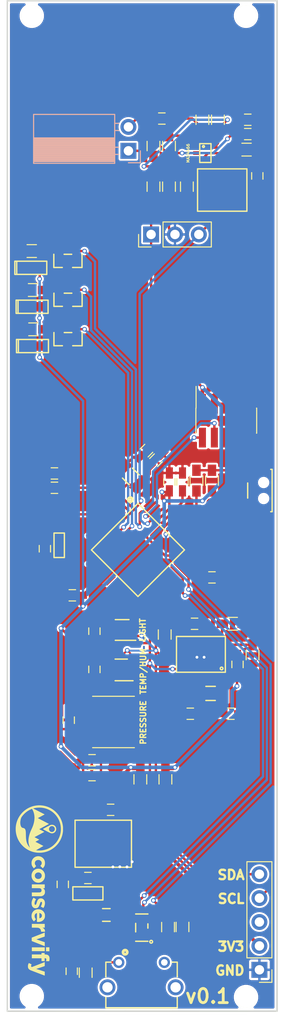
<source format=kicad_pcb>
(kicad_pcb (version 4) (host pcbnew 4.0.7-e1-6374~58~ubuntu16.04.1)
  (title_block (title fk-core) (date 2017-03-05) (rev 0.1) (company Conservify))
  (layers (0 F.Cu signal) (31 B.Cu signal) (34 B.Paste user) (35 F.Paste user) (36 B.SilkS user) (37 F.SilkS user) (38 B.Mask user) (39 F.Mask user) (44 Edge.Cuts user))
  (net 0 "")
  (net 1 GND)
  (net 2 "Net-(C1-Pad2)")
  (net 3 "Net-(C2-Pad2)")
  (net 4 3V3)
  (net 5 "Net-(C4-Pad1)")
  (net 6 "Net-(C5-Pad1)")
  (net 7 AREF)
  (net 8 "Net-(C102-Pad1)")
  (net 9 "Net-(C105-Pad1)")
  (net 10 "Net-(C107-Pad1)")
  (net 11 "Net-(C108-Pad2)")
  (net 12 /SWDIO)
  (net 13 /SWCLK)
  (net 14 "Net-(J6-Pad6)")
  (net 15 "Net-(J6-Pad7)")
  (net 16 "Net-(J6-Pad8)")
  (net 17 /RST)
  (net 18 /SCL)
  (net 19 /SDA)
  (net 20 /RESET)
  (net 21 "Net-(R101-Pad1)")
  (net 22 "Net-(R102-Pad1)")
  (net 23 "Net-(R103-Pad1)")
  (net 24 /A0)
  (net 25 /A1)
  (net 26 /A2)
  (net 27 /A3)
  (net 28 /A4)
  (net 29 /D8)
  (net 30 /D9)
  (net 31 /D4)
  (net 32 /D3)
  (net 33 /D1)
  (net 34 /D0)
  (net 35 /MOSI)
  (net 36 /SCK)
  (net 37 /MISO)
  (net 38 /ATN)
  (net 39 /D2)
  (net 40 /D5)
  (net 41 /D11)
  (net 42 "Net-(U1-Pad26)")
  (net 43 /D10)
  (net 44 /D12)
  (net 45 /D6)
  (net 46 /D7)
  (net 47 /USB-)
  (net 48 /USB+)
  (net 49 /D30)
  (net 50 /D31)
  (net 51 /TX_LED)
  (net 52 /USB_ID)
  (net 53 /A5)
  (net 54 /RX_LED)
  (net 55 "Net-(U101-Pad2)")
  (net 56 "Net-(U101-Pad4)")
  (net 57 "Net-(U102-Pad5)")
  (net 58 "Net-(U102-Pad6)")
  (net 59 "Net-(U103-Pad7)")
  (net 60 "Net-(U103-Pad8)")
  (net 61 "Net-(U103-Pad11)")
  (net 62 "Net-(U103-Pad14)")
  (net 63 "Net-(U104-Pad2)")
  (net 64 "Net-(U104-Pad3)")
  (net 65 "Net-(P101-Pad3)")
  (net 66 "Net-(D1-Pad1)")
  (net 67 "Net-(D2-Pad1)")
  (net 68 "Net-(D3-Pad1)")
  (net 69 "Net-(Q1-Pad3)")
  (net 70 "Net-(Q2-Pad3)")
  (net 71 "Net-(Q3-Pad3)")
  (net 72 5V0)
  (net 73 "Net-(C10-Pad1)")
  (net 74 VUSB)
  (net 75 "Net-(J1-Pad4)")
  (net 76 "Net-(J1-Pad7)")
  (net 77 "Net-(J1-Pad8)")
  (net 78 "Net-(J1-Pad9)")
  (net 79 "Net-(C13-Pad1)")
  (net 80 /AGND)
  (net 81 "Net-(C15-Pad1)")
  (net 82 "Net-(C15-Pad2)")
  (net 83 "Net-(C16-Pad2)")
  (net 84 "Net-(C17-Pad2)")
  (net 85 "Net-(F1-Pad1)")
  (net 86 /AVCC)
  (net 87 "Net-(R16-Pad1)")
  (module Housings_DFN_QFN:DFN-6-1EP_2x2mm_Pitch0.65mm (layer F.Cu) (at 138.015 114.681 180)
    (fp_text reference U101 hide)
    (fp_text value TSL2591)
    (pad 1 smd rect (at -1.05 -0.65 180) (size 0.65 0.35) (layers F.Cu F.Paste F.Mask) (net 18 /SCL))
    (pad 2 smd rect (at -1.05 0 180) (size 0.65 0.35) (layers F.Cu F.Paste F.Mask) (net 55 "Net-(U101-Pad2)"))
    (pad 3 smd rect (at -1.05 0.65 180) (size 0.65 0.35) (layers F.Cu F.Paste F.Mask) (net 1 GND))
    (pad 4 smd rect (at 1.05 0.65 180) (size 0.65 0.35) (layers F.Cu F.Paste F.Mask) (net 56 "Net-(U101-Pad4)"))
    (pad 5 smd rect (at 1.05 0 180) (size 0.65 0.35) (layers F.Cu F.Paste F.Mask) (net 4 3V3))
    (pad 6 smd rect (at 1.05 -0.65 180) (size 0.65 0.35) (layers F.Cu F.Paste F.Mask) (net 19 /SDA))
  )
  (module Capacitors_SMD:C_0603_HandSoldering (layer F.Cu) (at 140.6017 95.6183 225)
    (fp_text reference C1 hide)
    (fp_text value 18pF)
    (pad 1 smd rect (at -0.95 0 225) (size 1.2 0.75) (layers F.Cu F.Paste F.Mask) (net 1 GND))
    (pad 2 smd rect (at 0.95 0 225) (size 1.2 0.75) (layers F.Cu F.Paste F.Mask) (net 2 "Net-(C1-Pad2)"))
  )
  (module Capacitors_SMD:C_0603_HandSoldering (layer F.Cu) (at 141.6177 96.6343 225)
    (fp_text reference C2 hide)
    (fp_text value 18pF)
    (pad 1 smd rect (at -0.95 0 225) (size 1.2 0.75) (layers F.Cu F.Paste F.Mask) (net 1 GND))
    (pad 2 smd rect (at 0.95 0 225) (size 1.2 0.75) (layers F.Cu F.Paste F.Mask) (net 3 "Net-(C2-Pad2)"))
  )
  (module Capacitors_SMD:C_0603_HandSoldering (layer F.Cu) (at 143.0401 98.9457 90)
    (fp_text reference C3 hide)
    (fp_text value 100nF)
    (pad 1 smd rect (at -0.95 0 90) (size 1.2 0.75) (layers F.Cu F.Paste F.Mask) (net 4 3V3))
    (pad 2 smd rect (at 0.95 0 90) (size 1.2 0.75) (layers F.Cu F.Paste F.Mask) (net 1 GND))
  )
  (module Capacitors_SMD:C_0603_HandSoldering (layer F.Cu) (at 129.794 106.045 270)
    (fp_text reference C4 hide)
    (fp_text value 100nF)
    (pad 1 smd rect (at -0.95 0 270) (size 1.2 0.75) (layers F.Cu F.Paste F.Mask) (net 5 "Net-(C4-Pad1)"))
    (pad 2 smd rect (at 0.95 0 270) (size 1.2 0.75) (layers F.Cu F.Paste F.Mask) (net 1 GND))
  )
  (module Capacitors_SMD:C_0603_HandSoldering (layer F.Cu) (at 144.4371 98.9457 90)
    (fp_text reference C5 hide)
    (fp_text value "1uF 10V X5R")
    (pad 1 smd rect (at -0.95 0 90) (size 1.2 0.75) (layers F.Cu F.Paste F.Mask) (net 6 "Net-(C5-Pad1)"))
    (pad 2 smd rect (at 0.95 0 90) (size 1.2 0.75) (layers F.Cu F.Paste F.Mask) (net 1 GND))
  )
  (module Capacitors_SMD:C_0603_HandSoldering (layer F.Cu) (at 130.81 98.044 180)
    (fp_text reference C6 hide)
    (fp_text value 100nF)
    (pad 1 smd rect (at -0.95 0 180) (size 1.2 0.75) (layers F.Cu F.Paste F.Mask) (net 7 AREF))
    (pad 2 smd rect (at 0.95 0 180) (size 1.2 0.75) (layers F.Cu F.Paste F.Mask) (net 1 GND))
  )
  (module Capacitors_SMD:C_0603_HandSoldering (layer F.Cu) (at 147.574 109.093)
    (fp_text reference C7 hide)
    (fp_text value 100nF)
    (pad 1 smd rect (at -0.95 0) (size 1.2 0.75) (layers F.Cu F.Paste F.Mask) (net 4 3V3))
    (pad 2 smd rect (at 0.95 0) (size 1.2 0.75) (layers F.Cu F.Paste F.Mask) (net 1 GND))
  )
  (module Capacitors_SMD:C_0603_HandSoldering (layer F.Cu) (at 132.715 110.998 180)
    (fp_text reference C8 hide)
    (fp_text value 100nF)
    (pad 1 smd rect (at -0.95 0 180) (size 1.2 0.75) (layers F.Cu F.Paste F.Mask) (net 4 3V3))
    (pad 2 smd rect (at 0.95 0 180) (size 1.2 0.75) (layers F.Cu F.Paste F.Mask) (net 1 GND))
  )
  (module Capacitors_SMD:C_0603_HandSoldering (layer F.Cu) (at 130.81 99.568 180)
    (fp_text reference C14 hide)
    (fp_text value "4.7uF 10V X5R")
    (pad 1 smd rect (at -0.95 0 180) (size 1.2 0.75) (layers F.Cu F.Paste F.Mask) (net 7 AREF))
    (pad 2 smd rect (at 0.95 0 180) (size 1.2 0.75) (layers F.Cu F.Paste F.Mask) (net 1 GND))
  )
  (module Capacitors_SMD:C_0603_HandSoldering (layer F.Cu) (at 135.0645 114.808 90)
    (fp_text reference C101 hide)
    (fp_text value 1uF)
    (pad 1 smd rect (at -0.95 0 90) (size 1.2 0.75) (layers F.Cu F.Paste F.Mask) (net 4 3V3))
    (pad 2 smd rect (at 0.95 0 90) (size 1.2 0.75) (layers F.Cu F.Paste F.Mask) (net 1 GND))
  )
  (module Capacitors_SMD:C_0603_HandSoldering (layer F.Cu) (at 132.334 124.2695 270)
    (fp_text reference C102 hide)
    (fp_text value 100nF)
    (pad 1 smd rect (at -0.95 0 270) (size 1.2 0.75) (layers F.Cu F.Paste F.Mask) (net 8 "Net-(C102-Pad1)"))
    (pad 2 smd rect (at 0.95 0 270) (size 1.2 0.75) (layers F.Cu F.Paste F.Mask) (net 1 GND))
  )
  (module Capacitors_SMD:C_0603_HandSoldering (layer F.Cu) (at 134.8105 130.1115)
    (fp_text reference C103 hide)
    (fp_text value 100nF)
    (pad 1 smd rect (at -0.95 0) (size 1.2 0.75) (layers F.Cu F.Paste F.Mask) (net 4 3V3))
    (pad 2 smd rect (at 0.95 0) (size 1.2 0.75) (layers F.Cu F.Paste F.Mask) (net 1 GND))
  )
  (module Capacitors_SMD:C_0603_HandSoldering (layer F.Cu) (at 134.813 128.524)
    (fp_text reference C104 hide)
    (fp_text value 10uF)
    (pad 1 smd rect (at -0.95 0) (size 1.2 0.75) (layers F.Cu F.Paste F.Mask) (net 4 3V3))
    (pad 2 smd rect (at 0.95 0) (size 1.2 0.75) (layers F.Cu F.Paste F.Mask) (net 1 GND))
  )
  (module Capacitors_SMD:C_0603_HandSoldering (layer F.Cu) (at 149.586682 123.58332)
    (fp_text reference C105 hide)
    (fp_text value 22pF)
    (pad 1 smd rect (at -0.95 0) (size 1.2 0.75) (layers F.Cu F.Paste F.Mask) (net 9 "Net-(C105-Pad1)"))
    (pad 2 smd rect (at 0.95 0) (size 1.2 0.75) (layers F.Cu F.Paste F.Mask) (net 1 GND))
  )
  (module Capacitors_SMD:C_0603_HandSoldering (layer F.Cu) (at 150.293679 118.340183 270)
    (fp_text reference C106 hide)
    (fp_text value 100nF)
    (pad 1 smd rect (at -0.95 0 270) (size 1.2 0.75) (layers F.Cu F.Paste F.Mask) (net 1 GND))
    (pad 2 smd rect (at 0.95 0 270) (size 1.2 0.75) (layers F.Cu F.Paste F.Mask) (net 4 3V3))
  )
  (module Capacitors_SMD:C_0603_HandSoldering (layer F.Cu) (at 145.268682 123.58332 180)
    (fp_text reference C107 hide)
    (fp_text value 22pF)
    (pad 1 smd rect (at -0.95 0 180) (size 1.2 0.75) (layers F.Cu F.Paste F.Mask) (net 10 "Net-(C107-Pad1)"))
    (pad 2 smd rect (at 0.95 0 180) (size 1.2 0.75) (layers F.Cu F.Paste F.Mask) (net 1 GND))
  )
  (module Capacitors_SMD:C_0603_HandSoldering (layer F.Cu) (at 145.721679 114.022183)
    (fp_text reference C108 hide)
    (fp_text value 100nF)
    (pad 1 smd rect (at -0.95 0) (size 1.2 0.75) (layers F.Cu F.Paste F.Mask) (net 1 GND))
    (pad 2 smd rect (at 0.95 0) (size 1.2 0.75) (layers F.Cu F.Paste F.Mask) (net 11 "Net-(C108-Pad2)"))
  )
  (module Capacitors_SMD:C_0603_HandSoldering (layer F.Cu) (at 135.0645 118.872 270)
    (fp_text reference C109 hide)
    (fp_text value 100nF)
    (pad 1 smd rect (at -0.95 0 270) (size 1.2 0.75) (layers F.Cu F.Paste F.Mask) (net 4 3V3))
    (pad 2 smd rect (at 0.95 0 270) (size 1.2 0.75) (layers F.Cu F.Paste F.Mask) (net 1 GND))
  )
  (module RocketScreamKicadLibrary:IND-0402 (layer F.Cu) (at 131.318 105.679 270)
    (fp_text reference L2 hide)
    (fp_text value BKP1005TS121-T)
    (pad 1 smd rect (at -0.65 0 270) (size 0.9 0.7) (layers F.Cu F.Paste F.Mask) (net 5 "Net-(C4-Pad1)"))
    (pad 2 smd rect (at 0.65 0 270) (size 0.9 0.7) (layers F.Cu F.Paste F.Mask) (net 4 3V3))
  )
  (module Resistors_SMD:R_0603_HandSoldering (layer F.Cu) (at 145.923 98.806 90)
    (fp_text reference R2 hide)
    (fp_text value 330R)
    (pad 1 smd rect (at -1.1 0 90) (size 1.2 0.9) (layers F.Cu F.Paste F.Mask) (net 20 /RESET))
    (pad 2 smd rect (at 1.1 0 90) (size 1.2 0.9) (layers F.Cu F.Paste F.Mask) (net 17 /RST))
  )
  (module Resistors_SMD:R_0603_HandSoldering (layer F.Cu) (at 147.574 98.806 90)
    (fp_text reference R4 hide)
    (fp_text value 10K)
    (pad 1 smd rect (at -1.1 0 90) (size 1.2 0.9) (layers F.Cu F.Paste F.Mask) (net 4 3V3))
    (pad 2 smd rect (at 1.1 0 90) (size 1.2 0.9) (layers F.Cu F.Paste F.Mask) (net 17 /RST))
  )
  (module Resistors_SMD:R_0603_HandSoldering (layer F.Cu) (at 142.546679 115.165183 90)
    (fp_text reference R101 hide)
    (fp_text value 10K)
    (pad 1 smd rect (at -1.1 0 90) (size 1.2 0.9) (layers F.Cu F.Paste F.Mask) (net 21 "Net-(R101-Pad1)"))
    (pad 2 smd rect (at 1.1 0 90) (size 1.2 0.9) (layers F.Cu F.Paste F.Mask) (net 1 GND))
  )
  (module Resistors_SMD:R_0603_HandSoldering (layer F.Cu) (at 149.785679 114.022183)
    (fp_text reference R102 hide)
    (fp_text value 10K)
    (pad 1 smd rect (at -1.1 0) (size 1.2 0.9) (layers F.Cu F.Paste F.Mask) (net 22 "Net-(R102-Pad1)"))
    (pad 2 smd rect (at 1.1 0) (size 1.2 0.9) (layers F.Cu F.Paste F.Mask) (net 1 GND))
  )
  (module Resistors_SMD:R_0603_HandSoldering (layer F.Cu) (at 151.892 117.348 270)
    (fp_text reference R103 hide)
    (fp_text value 10K)
    (pad 1 smd rect (at -1.1 0 270) (size 1.2 0.9) (layers F.Cu F.Paste F.Mask) (net 23 "Net-(R103-Pad1)"))
    (pad 2 smd rect (at 1.1 0 270) (size 1.2 0.9) (layers F.Cu F.Paste F.Mask) (net 1 GND))
  )
  (module RocketScreamKicadLibrary:TS-018 (layer F.Cu) (at 153.2763 99.861 270)
    (fp_text reference SW1 hide)
    (fp_text value SPNO)
    (pad 1 smd rect (at -1.675 1.75 270) (size 1.15 1.3) (layers F.Cu F.Paste F.Mask) (net 1 GND))
    (pad 2 smd rect (at 1.675 1.75 270) (size 1.15 1.3) (layers F.Cu F.Paste F.Mask) (net 17 /RST))
    (pad 3 smd rect (at 2.3 0.2 270) (size 0.9 1.2) (layers F.Cu F.Paste F.Mask))
    (pad 4 smd rect (at -2.3 0.2 270) (size 0.9 1.2) (layers F.Cu F.Paste F.Mask))
    (pad "" np_thru_hole circle (at -0.85 0.2 270) (size 0.8 0.8) (drill 0.8) (layers *.Cu *.Mask))
    (pad "" np_thru_hole circle (at 0.85 0.2 270) (size 0.8 0.8) (drill 0.8) (layers *.Cu *.Mask))
  )
  (module RocketScreamKicadLibrary:TQFP-48_7x7mm_Pitch0.5mm (layer F.Cu) (at 139.7 106.172 315)
    (fp_text reference U1 hide)
    (fp_text value ATSAMD21G18A-AU)
    (pad 1 smd rect (at -4.35 -2.75 315) (size 1.3 0.25) (layers F.Cu F.Paste F.Mask) (net 3 "Net-(C2-Pad2)"))
    (pad 2 smd rect (at -4.35 -2.25 315) (size 1.3 0.25) (layers F.Cu F.Paste F.Mask) (net 2 "Net-(C1-Pad2)"))
    (pad 3 smd rect (at -4.35 -1.75 315) (size 1.3 0.25) (layers F.Cu F.Paste F.Mask) (net 24 /A0))
    (pad 4 smd rect (at -4.35 -1.25 315) (size 1.3 0.25) (layers F.Cu F.Paste F.Mask) (net 7 AREF))
    (pad 5 smd rect (at -4.35 -0.75 315) (size 1.3 0.25) (layers F.Cu F.Paste F.Mask) (net 1 GND))
    (pad 6 smd rect (at -4.35 -0.25 315) (size 1.3 0.25) (layers F.Cu F.Paste F.Mask) (net 5 "Net-(C4-Pad1)"))
    (pad 7 smd rect (at -4.35 0.25 315) (size 1.3 0.25) (layers F.Cu F.Paste F.Mask) (net 25 /A1))
    (pad 8 smd rect (at -4.35 0.75 315) (size 1.3 0.25) (layers F.Cu F.Paste F.Mask) (net 26 /A2))
    (pad 9 smd rect (at -4.35 1.25 315) (size 1.3 0.25) (layers F.Cu F.Paste F.Mask) (net 27 /A3))
    (pad 10 smd rect (at -4.35 1.75 315) (size 1.3 0.25) (layers F.Cu F.Paste F.Mask) (net 28 /A4))
    (pad 11 smd rect (at -4.35 2.25 315) (size 1.3 0.25) (layers F.Cu F.Paste F.Mask) (net 29 /D8))
    (pad 12 smd rect (at -4.35 2.75 315) (size 1.3 0.25) (layers F.Cu F.Paste F.Mask) (net 30 /D9))
    (pad 13 smd rect (at -2.75 4.35 45) (size 1.3 0.25) (layers F.Cu F.Paste F.Mask) (net 31 /D4))
    (pad 14 smd rect (at -2.25 4.35 45) (size 1.3 0.25) (layers F.Cu F.Paste F.Mask) (net 32 /D3))
    (pad 15 smd rect (at -1.75 4.35 45) (size 1.3 0.25) (layers F.Cu F.Paste F.Mask) (net 33 /D1))
    (pad 16 smd rect (at -1.25 4.35 45) (size 1.3 0.25) (layers F.Cu F.Paste F.Mask) (net 34 /D0))
    (pad 17 smd rect (at -0.75 4.35 45) (size 1.3 0.25) (layers F.Cu F.Paste F.Mask) (net 4 3V3))
    (pad 18 smd rect (at -0.25 4.35 45) (size 1.3 0.25) (layers F.Cu F.Paste F.Mask) (net 1 GND))
    (pad 19 smd rect (at 0.25 4.35 45) (size 1.3 0.25) (layers F.Cu F.Paste F.Mask) (net 35 /MOSI))
    (pad 20 smd rect (at 0.75 4.35 45) (size 1.3 0.25) (layers F.Cu F.Paste F.Mask) (net 36 /SCK))
    (pad 21 smd rect (at 1.25 4.35 45) (size 1.3 0.25) (layers F.Cu F.Paste F.Mask) (net 37 /MISO))
    (pad 22 smd rect (at 1.75 4.35 45) (size 1.3 0.25) (layers F.Cu F.Paste F.Mask) (net 38 /ATN))
    (pad 23 smd rect (at 2.25 4.35 45) (size 1.3 0.25) (layers F.Cu F.Paste F.Mask) (net 39 /D2))
    (pad 24 smd rect (at 2.75 4.35 45) (size 1.3 0.25) (layers F.Cu F.Paste F.Mask) (net 40 /D5))
    (pad 25 smd rect (at 4.35 2.75 315) (size 1.3 0.25) (layers F.Cu F.Paste F.Mask) (net 41 /D11))
    (pad 26 smd rect (at 4.35 2.25 315) (size 1.3 0.25) (layers F.Cu F.Paste F.Mask) (net 42 "Net-(U1-Pad26)"))
    (pad 27 smd rect (at 4.35 1.75 315) (size 1.3 0.25) (layers F.Cu F.Paste F.Mask) (net 43 /D10))
    (pad 28 smd rect (at 4.35 1.25 315) (size 1.3 0.25) (layers F.Cu F.Paste F.Mask) (net 44 /D12))
    (pad 29 smd rect (at 4.35 0.75 315) (size 1.3 0.25) (layers F.Cu F.Paste F.Mask) (net 45 /D6))
    (pad 30 smd rect (at 4.35 0.25 315) (size 1.3 0.25) (layers F.Cu F.Paste F.Mask) (net 46 /D7))
    (pad 31 smd rect (at 4.35 -0.25 315) (size 1.3 0.25) (layers F.Cu F.Paste F.Mask) (net 19 /SDA))
    (pad 32 smd rect (at 4.35 -0.75 315) (size 1.3 0.25) (layers F.Cu F.Paste F.Mask) (net 18 /SCL))
    (pad 33 smd rect (at 4.35 -1.25 315) (size 1.3 0.25) (layers F.Cu F.Paste F.Mask) (net 47 /USB-))
    (pad 34 smd rect (at 4.35 -1.75 315) (size 1.3 0.25) (layers F.Cu F.Paste F.Mask) (net 48 /USB+))
    (pad 35 smd rect (at 4.35 -2.25 315) (size 1.3 0.25) (layers F.Cu F.Paste F.Mask) (net 1 GND))
    (pad 36 smd rect (at 4.35 -2.75 315) (size 1.3 0.25) (layers F.Cu F.Paste F.Mask) (net 4 3V3))
    (pad 37 smd rect (at 2.75 -4.35 45) (size 1.3 0.25) (layers F.Cu F.Paste F.Mask) (net 49 /D30))
    (pad 38 smd rect (at 2.25 -4.35 45) (size 1.3 0.25) (layers F.Cu F.Paste F.Mask) (net 50 /D31))
    (pad 39 smd rect (at 1.75 -4.35 45) (size 1.3 0.25) (layers F.Cu F.Paste F.Mask) (net 51 /TX_LED))
    (pad 40 smd rect (at 1.25 -4.35 45) (size 1.3 0.25) (layers F.Cu F.Paste F.Mask) (net 20 /RESET))
    (pad 41 smd rect (at 0.75 -4.35 45) (size 1.3 0.25) (layers F.Cu F.Paste F.Mask) (net 52 /USB_ID))
    (pad 42 smd rect (at 0.25 -4.35 45) (size 1.3 0.25) (layers F.Cu F.Paste F.Mask) (net 1 GND))
    (pad 43 smd rect (at -0.25 -4.35 45) (size 1.3 0.25) (layers F.Cu F.Paste F.Mask) (net 6 "Net-(C5-Pad1)"))
    (pad 44 smd rect (at -0.75 -4.35 45) (size 1.3 0.25) (layers F.Cu F.Paste F.Mask) (net 4 3V3))
    (pad 45 smd rect (at -1.25 -4.35 45) (size 1.3 0.25) (layers F.Cu F.Paste F.Mask) (net 13 /SWCLK))
    (pad 46 smd rect (at -1.75 -4.35 45) (size 1.3 0.25) (layers F.Cu F.Paste F.Mask) (net 12 /SWDIO))
    (pad 47 smd rect (at -2.25 -4.35 45) (size 1.3 0.25) (layers F.Cu F.Paste F.Mask) (net 53 /A5))
    (pad 48 smd rect (at -2.75 -4.35 45) (size 1.3 0.25) (layers F.Cu F.Paste F.Mask) (net 54 /RX_LED))
  )
  (module conservify:BNO055 (layer F.Cu) (at 146.399682 117.27182 180)
    (fp_text reference U103 hide)
    (fp_text value BNO055)
    (pad 1 smd rect (at -2.25 -1.5625 180) (size 0.25 0.675) (layers F.Cu F.Paste F.Mask))
    (pad 28 smd rect (at -1.75 -1.5625 180) (size 0.25 0.675) (layers F.Cu F.Paste F.Mask) (net 4 3V3))
    (pad 27 smd rect (at -1.25 -1.5625 180) (size 0.25 0.675) (layers F.Cu F.Paste F.Mask) (net 9 "Net-(C105-Pad1)"))
    (pad 26 smd rect (at -0.75 -1.5625 180) (size 0.25 0.675) (layers F.Cu F.Paste F.Mask) (net 10 "Net-(C107-Pad1)"))
    (pad 25 smd rect (at -0.25 -1.5625 180) (size 0.25 0.675) (layers F.Cu F.Paste F.Mask) (net 1 GND))
    (pad 24 smd rect (at 0.25 -1.5625 180) (size 0.25 0.675) (layers F.Cu F.Paste F.Mask))
    (pad 23 smd rect (at 0.75 -1.5625 180) (size 0.25 0.675) (layers F.Cu F.Paste F.Mask))
    (pad 22 smd rect (at 1.25 -1.5625 180) (size 0.25 0.675) (layers F.Cu F.Paste F.Mask))
    (pad 21 smd rect (at 1.75 -1.5625 180) (size 0.25 0.675) (layers F.Cu F.Paste F.Mask))
    (pad 20 smd rect (at 2.25 -1.5625 180) (size 0.25 0.675) (layers F.Cu F.Paste F.Mask) (net 19 /SDA))
    (pad 6 smd rect (at -2.25 1.5625 180) (size 0.25 0.675) (layers F.Cu F.Paste F.Mask) (net 22 "Net-(R102-Pad1)"))
    (pad 7 smd rect (at -1.75 1.5625 180) (size 0.25 0.675) (layers F.Cu F.Paste F.Mask) (net 59 "Net-(U103-Pad7)"))
    (pad 8 smd rect (at -1.25 1.5625 180) (size 0.25 0.675) (layers F.Cu F.Paste F.Mask) (net 60 "Net-(U103-Pad8)"))
    (pad 9 smd rect (at -0.75 1.5625 180) (size 0.25 0.675) (layers F.Cu F.Paste F.Mask) (net 11 "Net-(C108-Pad2)"))
    (pad 10 smd rect (at -0.25 1.5625 180) (size 0.25 0.675) (layers F.Cu F.Paste F.Mask) (net 1 GND))
    (pad 11 smd rect (at 0.25 1.5625 180) (size 0.25 0.675) (layers F.Cu F.Paste F.Mask) (net 61 "Net-(U103-Pad11)"))
    (pad 12 smd rect (at 0.75 1.5625 180) (size 0.25 0.675) (layers F.Cu F.Paste F.Mask))
    (pad 13 smd rect (at 1.25 1.5625 180) (size 0.25 0.675) (layers F.Cu F.Paste F.Mask))
    (pad 14 smd rect (at 1.75 1.5625 180) (size 0.25 0.675) (layers F.Cu F.Paste F.Mask) (net 62 "Net-(U103-Pad14)"))
    (pad 15 smd rect (at 2.25 1.5625 180) (size 0.25 0.675) (layers F.Cu F.Paste F.Mask) (net 1 GND))
    (pad 2 smd rect (at -2.3125 -0.75 180) (size 0.575 0.25) (layers F.Cu F.Paste F.Mask) (net 1 GND))
    (pad 3 smd rect (at -2.3125 -0.25 180) (size 0.575 0.25) (layers F.Cu F.Paste F.Mask) (net 4 3V3))
    (pad 4 smd rect (at -2.3125 0.25 180) (size 0.575 0.25) (layers F.Cu F.Paste F.Mask) (net 4 3V3))
    (pad 5 smd rect (at -2.3125 0.75 180) (size 0.575 0.25) (layers F.Cu F.Paste F.Mask) (net 23 "Net-(R103-Pad1)"))
    (pad 19 smd rect (at 2.3125 -0.75 180) (size 0.575 0.25) (layers F.Cu F.Paste F.Mask) (net 18 /SCL))
    (pad 18 smd rect (at 2.3125 -0.25 180) (size 0.575 0.25) (layers F.Cu F.Paste F.Mask) (net 1 GND))
    (pad 17 smd rect (at 2.3125 0.25 180) (size 0.575 0.25) (layers F.Cu F.Paste F.Mask) (net 21 "Net-(R101-Pad1)"))
    (pad 16 smd rect (at 2.3125 0.75 180) (size 0.575 0.25) (layers F.Cu F.Paste F.Mask) (net 1 GND))
  )
  (module Housings_DFN_QFN:DFN-8_2x2mm_Pitch0.5mm (layer F.Cu) (at 137.922 118.92553 180)
    (fp_text reference U104 hide)
    (fp_text value SHT31)
    (pad 1 smd rect (at -0.95 -0.75 180) (size 0.85 0.3) (layers F.Cu F.Paste F.Mask) (net 19 /SDA))
    (pad 2 smd rect (at -0.95 -0.25 180) (size 0.85 0.3) (layers F.Cu F.Paste F.Mask) (net 63 "Net-(U104-Pad2)"))
    (pad 3 smd rect (at -0.95 0.25 180) (size 0.85 0.3) (layers F.Cu F.Paste F.Mask) (net 64 "Net-(U104-Pad3)"))
    (pad 4 smd rect (at -0.95 0.75 180) (size 0.85 0.3) (layers F.Cu F.Paste F.Mask) (net 18 /SCL))
    (pad 5 smd rect (at 0.95 0.75 180) (size 0.85 0.3) (layers F.Cu F.Paste F.Mask) (net 4 3V3))
    (pad 6 smd rect (at 0.95 0.25 180) (size 0.85 0.3) (layers F.Cu F.Paste F.Mask) (net 4 3V3))
    (pad 7 smd rect (at 0.95 -0.25 180) (size 0.85 0.3) (layers F.Cu F.Paste F.Mask) (net 1 GND))
    (pad 8 smd rect (at 0.95 -0.75 180) (size 0.85 0.3) (layers F.Cu F.Paste F.Mask) (net 1 GND))
  )
  (module RocketScreamKicadLibrary:ABS07 (layer F.Cu) (at 138.938 98.3615 315)
    (fp_text reference Y1 hide)
    (fp_text value FC-135)
    (pad 1 smd rect (at -1.25 0 315) (size 1.1 1.9) (layers F.Cu F.Paste F.Mask) (net 2 "Net-(C1-Pad2)"))
    (pad 2 smd rect (at 1.25 0 315) (size 1.1 1.9) (layers F.Cu F.Paste F.Mask) (net 3 "Net-(C2-Pad2)"))
  )
  (module RocketScreamKicadLibrary:ABS07 (layer F.Cu) (at 147.427682 121.42432 180)
    (fp_text reference Y101 hide)
    (fp_text value FC-135)
    (pad 1 smd rect (at -1.25 0 180) (size 1.1 1.9) (layers F.Cu F.Paste F.Mask) (net 9 "Net-(C105-Pad1)"))
    (pad 2 smd rect (at 1.25 0 180) (size 1.1 1.9) (layers F.Cu F.Paste F.Mask) (net 10 "Net-(C107-Pad1)"))
  )
  (module Socket_Strips:Socket_Strip_Straight_2x05_Pitch1.27mm_SMD (layer F.Cu) (at 149.098 92.434 90)
    (fp_text reference J6 hide)
    (fp_text value CONN-HDR-2x5)
    (pad 1 smd rect (at 1.8 -2.54 90) (size 2.1 0.75) (layers F.Cu F.Paste F.Mask) (net 4 3V3))
    (pad 2 smd rect (at -1.8 -2.54 90) (size 2.1 0.75) (layers F.Cu F.Paste F.Mask) (net 12 /SWDIO))
    (pad 3 smd rect (at 1.8 -1.27 90) (size 2.1 0.75) (layers F.Cu F.Paste F.Mask) (net 1 GND))
    (pad 4 smd rect (at -1.8 -1.27 90) (size 2.1 0.75) (layers F.Cu F.Paste F.Mask) (net 13 /SWCLK))
    (pad 5 smd rect (at 1.8 0 90) (size 2.1 0.75) (layers F.Cu F.Paste F.Mask) (net 1 GND))
    (pad 6 smd rect (at -1.8 0 90) (size 2.1 0.75) (layers F.Cu F.Paste F.Mask) (net 14 "Net-(J6-Pad6)"))
    (pad 7 smd rect (at 1.8 1.27 90) (size 2.1 0.75) (layers F.Cu F.Paste F.Mask) (net 15 "Net-(J6-Pad7)"))
    (pad 8 smd rect (at -1.8 1.27 90) (size 2.1 0.75) (layers F.Cu F.Paste F.Mask) (net 16 "Net-(J6-Pad8)"))
    (pad 9 smd rect (at 1.8 2.54 90) (size 2.1 0.75) (layers F.Cu F.Paste F.Mask) (net 1 GND))
    (pad 10 smd rect (at -1.8 2.54 90) (size 2.1 0.75) (layers F.Cu F.Paste F.Mask) (net 17 /RST))
  )
  (module RocketScreamKicadLibrary:LED-0603 (layer F.Cu) (at 128.5748 84.5058)
    (fp_text reference D1 hide)
    (fp_text value Orange)
    (pad 2 smd rect (at 0.85 0 180) (size 1.1 1) (layers F.Cu F.Paste F.Mask) (net 4 3V3))
    (pad 1 smd rect (at -0.85 0 180) (size 1.1 1) (layers F.Cu F.Paste F.Mask) (net 66 "Net-(D1-Pad1)"))
  )
  (module RocketScreamKicadLibrary:LED-0603 (layer F.Cu) (at 128.5358 80.3275)
    (fp_text reference D2 hide)
    (fp_text value Yellow)
    (pad 2 smd rect (at 0.85 0 180) (size 1.1 1) (layers F.Cu F.Paste F.Mask) (net 4 3V3))
    (pad 1 smd rect (at -0.85 0 180) (size 1.1 1) (layers F.Cu F.Paste F.Mask) (net 67 "Net-(D2-Pad1)"))
  )
  (module RocketScreamKicadLibrary:LED-0603 (layer F.Cu) (at 128.3961 76.1873)
    (fp_text reference D3 hide)
    (fp_text value Blue)
    (pad 2 smd rect (at 0.85 0 180) (size 1.1 1) (layers F.Cu F.Paste F.Mask) (net 4 3V3))
    (pad 1 smd rect (at -0.85 0 180) (size 1.1 1) (layers F.Cu F.Paste F.Mask) (net 68 "Net-(D3-Pad1)"))
  )
  (module RocketScreamKicadLibrary:SOT-23 (layer F.Cu) (at 132.2578 83.8708 180)
    (fp_text reference Q1 hide)
    (fp_text value 2N7002LT1G)
    (pad 1 smd rect (at -0.95 1.15 180) (size 0.65 1.05) (layers F.Cu F.Paste F.Mask) (net 27 /A3))
    (pad 2 smd rect (at 0.95 1.15 180) (size 0.65 1.05) (layers F.Cu F.Paste F.Mask) (net 1 GND))
    (pad 3 smd rect (at 0 -1.15 180) (size 0.65 1.05) (layers F.Cu F.Paste F.Mask) (net 69 "Net-(Q1-Pad3)"))
  )
  (module RocketScreamKicadLibrary:SOT-23 (layer F.Cu) (at 132.2578 79.6855 180)
    (fp_text reference Q2 hide)
    (fp_text value 2N7002LT1G)
    (pad 1 smd rect (at -0.95 1.15 180) (size 0.65 1.05) (layers F.Cu F.Paste F.Mask) (net 28 /A4))
    (pad 2 smd rect (at 0.95 1.15 180) (size 0.65 1.05) (layers F.Cu F.Paste F.Mask) (net 1 GND))
    (pad 3 smd rect (at 0 -1.15 180) (size 0.65 1.05) (layers F.Cu F.Paste F.Mask) (net 70 "Net-(Q2-Pad3)"))
  )
  (module RocketScreamKicadLibrary:SOT-23 (layer F.Cu) (at 132.2451 75.5523 180)
    (fp_text reference Q3 hide)
    (fp_text value 2N7002LT1G)
    (pad 1 smd rect (at -0.95 1.15 180) (size 0.65 1.05) (layers F.Cu F.Paste F.Mask) (net 53 /A5))
    (pad 2 smd rect (at 0.95 1.15 180) (size 0.65 1.05) (layers F.Cu F.Paste F.Mask) (net 1 GND))
    (pad 3 smd rect (at 0 -1.15 180) (size 0.65 1.05) (layers F.Cu F.Paste F.Mask) (net 71 "Net-(Q3-Pad3)"))
  )
  (module conservify:conservify_text_negative_4000 (layer F.Cu) (at 129.1971 142.367 270)
    (fp_text reference G*** hide)
    (fp_text value LOGO hide)
  )
  (module Resistors_SMD:R_0603_HandSoldering (layer F.Cu) (at 139.954 130.556 90)
    (fp_text reference R6 hide)
    (fp_text value 4.7k)
    (pad 1 smd rect (at -1.1 0 90) (size 1.2 0.9) (layers F.Cu F.Paste F.Mask) (net 19 /SDA))
    (pad 2 smd rect (at 1.1 0 90) (size 1.2 0.9) (layers F.Cu F.Paste F.Mask) (net 4 3V3))
  )
  (module Resistors_SMD:R_0603_HandSoldering (layer F.Cu) (at 142.621 130.556 90)
    (fp_text reference R7 hide)
    (fp_text value 4.7k)
    (pad 1 smd rect (at -1.1 0 90) (size 1.2 0.9) (layers F.Cu F.Paste F.Mask) (net 18 /SCL))
    (pad 2 smd rect (at 1.1 0 90) (size 1.2 0.9) (layers F.Cu F.Paste F.Mask) (net 4 3V3))
  )
  (module RocketScreamKicadLibrary:HOLE_NPTH_2.2MM (layer F.Cu) (at 128.4 153.6)
    (fp_text reference M1 hide)
    (fp_text value MOUNT_HOLE hide)
    (pad "" np_thru_hole circle (at 0 0) (size 2.2 2.2) (drill 2.2) (layers *.Cu *.Mask F.SilkS))
  )
  (module RocketScreamKicadLibrary:HOLE_NPTH_2.2MM (layer F.Cu) (at 151.2 153.7)
    (fp_text reference M2 hide)
    (fp_text value MOUNT_HOLE hide)
    (pad "" np_thru_hole circle (at 0 0) (size 2.2 2.2) (drill 2.2) (layers *.Cu *.Mask F.SilkS))
  )
  (module RocketScreamKicadLibrary:HOLE_NPTH_2.2MM (layer F.Cu) (at 128.4 49.4)
    (fp_text reference M3 hide)
    (fp_text value MOUNT_HOLE hide)
    (pad "" np_thru_hole circle (at 0 0) (size 2.2 2.2) (drill 2.2) (layers *.Cu *.Mask F.SilkS))
  )
  (module RocketScreamKicadLibrary:HOLE_NPTH_2.2MM (layer F.Cu) (at 151.2 49.4)
    (fp_text reference M4 hide)
    (fp_text value MOUNT_HOLE hide)
    (pad "" np_thru_hole circle (at 0 0) (size 2.2 2.2) (drill 2.2) (layers *.Cu *.Mask F.SilkS))
  )
  (module Socket_Strips:Socket_Strip_Straight_1x05_Pitch2.54mm (layer F.Cu) (at 152.624 150.8 180)
    (fp_text reference P101 hide)
    (fp_text value CONN_01X05)
    (pad 1 thru_hole rect (at 0 0 180) (size 1.7 1.7) (drill 1) (layers *.Cu *.Mask) (net 1 GND))
    (pad 2 thru_hole oval (at 0 2.54 180) (size 1.7 1.7) (drill 1) (layers *.Cu *.Mask) (net 4 3V3))
    (pad 3 thru_hole oval (at 0 5.08 180) (size 1.7 1.7) (drill 1) (layers *.Cu *.Mask) (net 65 "Net-(P101-Pad3)"))
    (pad 4 thru_hole oval (at 0 7.62 180) (size 1.7 1.7) (drill 1) (layers *.Cu *.Mask) (net 18 /SCL))
    (pad 5 thru_hole oval (at 0 10.16 180) (size 1.7 1.7) (drill 1) (layers *.Cu *.Mask) (net 19 /SDA))
  )
  (module Capacitors_SMD:C_0603_HandSoldering (layer F.Cu) (at 131.699 141.7193 90)
    (fp_text reference C9 hide)
    (fp_text value 4.7uF)
    (pad 1 smd rect (at -0.95 0 90) (size 1.2 0.75) (layers F.Cu F.Paste F.Mask) (net 72 5V0))
    (pad 2 smd rect (at 0.95 0 90) (size 1.2 0.75) (layers F.Cu F.Paste F.Mask) (net 1 GND))
  )
  (module Capacitors_SMD:C_0603_HandSoldering (layer F.Cu) (at 132.6515 150.9522 270)
    (fp_text reference C10 hide)
    (fp_text value 4.7nF)
    (pad 1 smd rect (at -0.95 0 270) (size 1.2 0.75) (layers F.Cu F.Paste F.Mask) (net 73 "Net-(C10-Pad1)"))
    (pad 2 smd rect (at 0.95 0 270) (size 1.2 0.75) (layers F.Cu F.Paste F.Mask) (net 1 GND))
  )
  (module Capacitors_SMD:C_0603_HandSoldering (layer F.Cu) (at 134.370749 141.040155 180)
    (fp_text reference C11 hide)
    (fp_text value 1uF)
    (pad 1 smd rect (at -0.95 0 180) (size 1.2 0.75) (layers F.Cu F.Paste F.Mask) (net 74 VUSB))
    (pad 2 smd rect (at 0.95 0 180) (size 1.2 0.75) (layers F.Cu F.Paste F.Mask) (net 1 GND))
  )
  (module Capacitors_SMD:C_0603_HandSoldering (layer F.Cu) (at 136.7917 133.7945 180)
    (fp_text reference C12 hide)
    (fp_text value 1uF)
    (pad 1 smd rect (at -0.95 0 180) (size 1.2 0.75) (layers F.Cu F.Paste F.Mask) (net 4 3V3))
    (pad 2 smd rect (at 0.95 0 180) (size 1.2 0.75) (layers F.Cu F.Paste F.Mask) (net 1 GND))
  )
  (module RocketScreamKicadLibrary:SOT-143B (layer F.Cu) (at 140.1064 146.3167 90)
    (fp_text reference D4 hide)
    (fp_text value PRTR5V0U2X)
    (pad 1 smd rect (at -0.75 1 90) (size 1 0.7) (layers F.Cu F.Paste F.Mask) (net 1 GND))
    (pad 2 smd rect (at 0.95 1 90) (size 0.6 0.7) (layers F.Cu F.Paste F.Mask) (net 48 /USB+))
    (pad 3 smd rect (at 0.95 -1 90) (size 0.6 0.7) (layers F.Cu F.Paste F.Mask) (net 47 /USB-))
    (pad 4 smd rect (at -0.95 -1 90) (size 0.6 0.7) (layers F.Cu F.Paste F.Mask) (net 74 VUSB))
  )
  (module RocketScreamKicadLibrary:IND-0603 (layer F.Cu) (at 134.370749 142.678455)
    (fp_text reference L1 hide)
    (fp_text value BKP1005TS121-T)
    (pad 1 smd rect (at -0.85 0) (size 1.1 1) (layers F.Cu F.Paste F.Mask) (net 72 5V0))
    (pad 2 smd rect (at 0.85 0) (size 1.1 1) (layers F.Cu F.Paste F.Mask) (net 85 "Net-(F1-Pad1)"))
  )
  (module Resistors_SMD:R_0603_HandSoldering (layer F.Cu) (at 144.437005 146.245311 270)
    (fp_text reference R8 hide)
    (fp_text value 100k)
    (pad 1 smd rect (at -1.1 0 270) (size 1.2 0.9) (layers F.Cu F.Paste F.Mask) (net 4 3V3))
    (pad 2 smd rect (at 1.1 0 270) (size 1.2 0.9) (layers F.Cu F.Paste F.Mask) (net 75 "Net-(J1-Pad4)"))
  )
  (module Resistors_SMD:R_0603_HandSoldering (layer F.Cu) (at 142.900305 146.258011 90)
    (fp_text reference R9 hide)
    (fp_text value 330R)
    (pad 1 smd rect (at -1.1 0 90) (size 1.2 0.9) (layers F.Cu F.Paste F.Mask) (net 75 "Net-(J1-Pad4)"))
    (pad 2 smd rect (at 1.1 0 90) (size 1.2 0.9) (layers F.Cu F.Paste F.Mask) (net 52 /USB_ID))
  )
  (module Resistors_SMD:R_0603_HandSoldering (layer F.Cu) (at 134.1374 151.1046 270)
    (fp_text reference R10 hide)
    (fp_text value 1M)
    (pad 1 smd rect (at -1.1 0 270) (size 1.2 0.9) (layers F.Cu F.Paste F.Mask) (net 73 "Net-(C10-Pad1)"))
    (pad 2 smd rect (at 1.1 0 270) (size 1.2 0.9) (layers F.Cu F.Paste F.Mask) (net 1 GND))
  )
  (module RocketScreamKicadLibrary:SOT-89 (layer F.Cu) (at 136.0069 137.3999 90)
    (fp_text reference U2 hide)
    (fp_text value MCP1700T-XXX2E)
    (pad 1 smd rect (at -1.5 1.75 90) (size 0.8 1.2) (layers F.Cu F.Paste F.Mask) (net 1 GND))
    (pad 2 smd rect (at 0 1.1 90) (size 0.8 2.2) (drill (offset 0 0.15)) (layers F.Cu F.Paste F.Mask) (net 74 VUSB))
    (pad 3 smd rect (at 1.5 1.75 90) (size 0.8 1.2) (layers F.Cu F.Paste F.Mask) (net 4 3V3))
    (pad 2 smd rect (at 0 0 90) (size 2 2.5) (drill (offset 0 -1.1)) (layers F.Cu F.Paste F.Mask) (net 74 VUSB))
  )
  (module Capacitors_SMD:C_0603_HandSoldering (layer F.Cu) (at 151.384 60.452 180)
    (fp_text reference C13 hide)
    (fp_text value 0.1uF)
    (pad 1 smd rect (at -0.95 0 180) (size 1.2 0.75) (layers F.Cu F.Paste F.Mask) (net 79 "Net-(C13-Pad1)"))
    (pad 2 smd rect (at 0.95 0 180) (size 1.2 0.75) (layers F.Cu F.Paste F.Mask) (net 80 /AGND))
  )
  (module Capacitors_SMD:C_0603_HandSoldering (layer F.Cu) (at 142.24 60.325)
    (fp_text reference C15 hide)
    (fp_text value 0.01uF)
    (pad 1 smd rect (at -0.95 0) (size 1.2 0.75) (layers F.Cu F.Paste F.Mask) (net 81 "Net-(C15-Pad1)"))
    (pad 2 smd rect (at 0.95 0) (size 1.2 0.75) (layers F.Cu F.Paste F.Mask) (net 82 "Net-(C15-Pad2)"))
  )
  (module Capacitors_SMD:C_0603_HandSoldering (layer F.Cu) (at 151.384 61.976)
    (fp_text reference C16 hide)
    (fp_text value 10uF)
    (pad 1 smd rect (at -0.95 0) (size 1.2 0.75) (layers F.Cu F.Paste F.Mask) (net 80 /AGND))
    (pad 2 smd rect (at 0.95 0) (size 1.2 0.75) (layers F.Cu F.Paste F.Mask) (net 83 "Net-(C16-Pad2)"))
  )
  (module Capacitors_SMD:C_0603_HandSoldering (layer F.Cu) (at 152.4 66.421 90)
    (fp_text reference C17 hide)
    (fp_text value 100pF)
    (pad 1 smd rect (at -0.95 0 90) (size 1.2 0.75) (layers F.Cu F.Paste F.Mask) (net 25 /A1))
    (pad 2 smd rect (at 0.95 0 90) (size 1.2 0.75) (layers F.Cu F.Paste F.Mask) (net 84 "Net-(C17-Pad2)"))
  )
  (module RocketScreamKicadLibrary:MF-PSMF020X (layer F.Cu) (at 136.3345 144.9705)
    (fp_text reference F1 hide)
    (fp_text value MF-PSMF050X-2)
    (pad 1 smd rect (at -1.1 0) (size 1 1.5) (layers F.Cu F.Paste F.Mask) (net 85 "Net-(F1-Pad1)"))
    (pad 2 smd rect (at 1.1 0) (size 1 1.5) (layers F.Cu F.Paste F.Mask) (net 74 VUSB))
  )
  (module Socket_Strips:Socket_Strip_Straight_1x03_Pitch2.54mm (layer F.Cu) (at 141.097 72.644 90)
    (fp_text reference J2 hide)
    (fp_text value CONN_01X03)
    (pad 1 thru_hole rect (at 0 0 90) (size 1.7 1.7) (drill 1) (layers *.Cu *.Mask) (net 4 3V3))
    (pad 2 thru_hole oval (at 0 2.54 90) (size 1.7 1.7) (drill 1) (layers *.Cu *.Mask) (net 1 GND))
    (pad 3 thru_hole oval (at 0 5.08 90) (size 1.7 1.7) (drill 1) (layers *.Cu *.Mask) (net 25 /A1))
  )
  (module Resistors_SMD:R_0603_HandSoldering (layer F.Cu) (at 141.351 67.564 270)
    (fp_text reference L3 hide)
    (fp_text value "100 to 1k above 10MHz")
    (pad 1 smd rect (at -1.1 0 270) (size 1.2 0.9) (layers F.Cu F.Paste F.Mask) (net 86 /AVCC))
    (pad 2 smd rect (at 1.1 0 270) (size 1.2 0.9) (layers F.Cu F.Paste F.Mask) (net 4 3V3))
  )
  (module Resistors_SMD:R_0603_HandSoldering (layer F.Cu) (at 143.002 67.564 270)
    (fp_text reference L4 hide)
    (fp_text value "100 to 1k above 10MHz")
    (pad 1 smd rect (at -1.1 0 270) (size 1.2 0.9) (layers F.Cu F.Paste F.Mask) (net 80 /AGND))
    (pad 2 smd rect (at 1.1 0 270) (size 1.2 0.9) (layers F.Cu F.Paste F.Mask) (net 1 GND))
  )
  (module Socket_Strips:Socket_Strip_Angled_1x02_Pitch2.54mm (layer B.Cu) (at 138.684 63.754)
    (fp_text reference MK1 hide)
    (fp_text value CMA-4544PF-W)
    (pad 1 thru_hole rect (at 0 0) (size 1.7 1.7) (drill 1) (layers *.Cu *.Mask) (net 80 /AGND))
    (pad 2 thru_hole oval (at 0 -2.54) (size 1.7 1.7) (drill 1) (layers *.Cu *.Mask) (net 82 "Net-(C15-Pad2)"))
  )
  (module Resistors_SMD:R_0603_HandSoldering (layer F.Cu) (at 148.209 60.452 90)
    (fp_text reference R11 hide)
    (fp_text value 1k)
    (pad 1 smd rect (at -1.1 0 90) (size 1.2 0.9) (layers F.Cu F.Paste F.Mask) (net 86 /AVCC))
    (pad 2 smd rect (at 1.1 0 90) (size 1.2 0.9) (layers F.Cu F.Paste F.Mask) (net 79 "Net-(C13-Pad1)"))
  )
  (module Resistors_SMD:R_0603_HandSoldering (layer F.Cu) (at 146.558 60.452 270)
    (fp_text reference R12 hide)
    (fp_text value 1k)
    (pad 1 smd rect (at -1.1 0 270) (size 1.2 0.9) (layers F.Cu F.Paste F.Mask) (net 79 "Net-(C13-Pad1)"))
    (pad 2 smd rect (at 1.1 0 270) (size 1.2 0.9) (layers F.Cu F.Paste F.Mask) (net 82 "Net-(C15-Pad2)"))
  )
  (module Resistors_SMD:R_0603_HandSoldering (layer F.Cu) (at 151.257 63.627)
    (fp_text reference R13 hide)
    (fp_text value 1k)
    (pad 1 smd rect (at -1.1 0) (size 1.2 0.9) (layers F.Cu F.Paste F.Mask) (net 84 "Net-(C17-Pad2)"))
    (pad 2 smd rect (at 1.1 0) (size 1.2 0.9) (layers F.Cu F.Paste F.Mask) (net 83 "Net-(C16-Pad2)"))
  )
  (module Resistors_SMD:R_0603_HandSoldering (layer F.Cu) (at 141.351 63.246 90)
    (fp_text reference R14 hide)
    (fp_text value 1M)
    (pad 1 smd rect (at -1.1 0 90) (size 1.2 0.9) (layers F.Cu F.Paste F.Mask) (net 86 /AVCC))
    (pad 2 smd rect (at 1.1 0 90) (size 1.2 0.9) (layers F.Cu F.Paste F.Mask) (net 81 "Net-(C15-Pad1)"))
  )
  (module Resistors_SMD:R_0603_HandSoldering (layer F.Cu) (at 143.002 63.246 270)
    (fp_text reference R15 hide)
    (fp_text value 1M)
    (pad 1 smd rect (at -1.1 0 270) (size 1.2 0.9) (layers F.Cu F.Paste F.Mask) (net 81 "Net-(C15-Pad1)"))
    (pad 2 smd rect (at 1.1 0 270) (size 1.2 0.9) (layers F.Cu F.Paste F.Mask) (net 80 /AGND))
  )
  (module Resistors_SMD:R_0603_HandSoldering (layer F.Cu) (at 144.907 67.564 90)
    (fp_text reference R16 hide)
    (fp_text value 22k)
    (pad 1 smd rect (at -1.1 0 90) (size 1.2 0.9) (layers F.Cu F.Paste F.Mask) (net 87 "Net-(R16-Pad1)"))
    (pad 2 smd rect (at 1.1 0 90) (size 1.2 0.9) (layers F.Cu F.Paste F.Mask) (net 84 "Net-(C17-Pad2)"))
  )
  (module conservify:BOURNS-TC33X-2 (layer F.Cu) (at 148.791 67.923 270)
    (fp_text reference RV1 hide)
    (fp_text value "TC33X-2-104E (100K)")
    (pad 1 smd rect (at -1.4 1.8 270) (size 1.2 1.2) (layers F.Cu F.Paste F.Mask) (net 25 /A1))
    (pad 3 smd rect (at 1.4 1.8 270) (size 1.2 1.2) (layers F.Cu F.Paste F.Mask) (net 87 "Net-(R16-Pad1)"))
    (pad 2 smd rect (at 0 -1.45 270) (size 1.6 1.5) (layers F.Cu F.Paste F.Mask) (net 25 /A1))
  )
  (module Resistors_SMD:R_0603_HandSoldering (layer F.Cu) (at 128.5748 82.7278)
    (fp_text reference R1 hide)
    (fp_text value 2k2)
    (pad 1 smd rect (at -1.1 0) (size 1.2 0.9) (layers F.Cu F.Paste F.Mask) (net 66 "Net-(D1-Pad1)"))
    (pad 2 smd rect (at 1.1 0) (size 1.2 0.9) (layers F.Cu F.Paste F.Mask) (net 69 "Net-(Q1-Pad3)"))
  )
  (module Resistors_SMD:R_0603_HandSoldering (layer F.Cu) (at 128.5358 78.5495)
    (fp_text reference R3 hide)
    (fp_text value 2k2)
    (pad 1 smd rect (at -1.1 0) (size 1.2 0.9) (layers F.Cu F.Paste F.Mask) (net 67 "Net-(D2-Pad1)"))
    (pad 2 smd rect (at 1.1 0) (size 1.2 0.9) (layers F.Cu F.Paste F.Mask) (net 70 "Net-(Q2-Pad3)"))
  )
  (module Resistors_SMD:R_0603_HandSoldering (layer F.Cu) (at 128.3961 74.4093)
    (fp_text reference R5 hide)
    (fp_text value 2k2)
    (pad 1 smd rect (at -1.1 0) (size 1.2 0.9) (layers F.Cu F.Paste F.Mask) (net 68 "Net-(D3-Pad1)"))
    (pad 2 smd rect (at 1.1 0) (size 1.2 0.9) (layers F.Cu F.Paste F.Mask) (net 71 "Net-(Q3-Pad3)"))
  )
  (module conservify:SC70-5 (layer F.Cu) (at 146.873 63.993 270)
    (fp_text reference U3 hide)
    (fp_text value MAX4466 (at 0.015 1.839 450) (layer F.SilkS) (effects (font (size 0.3 0.3) (thickness 0.075))))
    (pad 1 smd rect (at -0.65 0.95 270) (size 0.4 0.7) (layers F.Cu F.Paste F.Mask) (net 81 "Net-(C15-Pad1)"))
    (pad 2 smd rect (at 0 0.95 270) (size 0.4 0.7) (layers F.Cu F.Paste F.Mask) (net 80 /AGND))
    (pad 3 smd rect (at 0.65 0.95 270) (size 0.4 0.7) (layers F.Cu F.Paste F.Mask) (net 84 "Net-(C17-Pad2)"))
    (pad 4 smd rect (at 0.65 -0.95 270) (size 0.4 0.7) (layers F.Cu F.Paste F.Mask) (net 25 /A1))
    (pad 5 smd rect (at -0.65 -0.95 270) (size 0.4 0.7) (layers F.Cu F.Paste F.Mask) (net 86 /AVCC))
  )
  (module conservify:DFN-8-1EP_5x2.55mm_Pitch1.25mm_98ASA002260D (layer F.Cu) (at 137.414 124.5235)
    (fp_text reference U102 hide)
    (fp_text value MPL3115A2)
    (pad 1 smd rect (at -1.5755 -1.865 270) (size 0.5 1.1) (layers F.Cu F.Paste F.Mask) (net 4 3V3) (clearance 0.1))
    (pad 2 smd rect (at -1.5755 -0.615 270) (size 0.5 1.1) (layers F.Cu F.Paste F.Mask) (net 8 "Net-(C102-Pad1)") (clearance 0.1))
    (pad 3 smd rect (at -1.5755 0.635 270) (size 0.5 1.1) (layers F.Cu F.Paste F.Mask) (net 1 GND) (clearance 0.1))
    (pad 4 smd rect (at -1.5755 1.885 270) (size 0.5 1.1) (layers F.Cu F.Paste F.Mask) (net 4 3V3) (clearance 0.1))
    (pad 5 smd rect (at 0.9245 1.885 270) (size 0.5 1.1) (layers F.Cu F.Paste F.Mask) (net 57 "Net-(U102-Pad5)") (clearance 0.1))
    (pad 6 smd rect (at 0.9245 0.635 270) (size 0.5 1.1) (layers F.Cu F.Paste F.Mask) (net 58 "Net-(U102-Pad6)") (clearance 0.1))
    (pad 7 smd rect (at 0.9245 -0.615 270) (size 0.5 1.1) (layers F.Cu F.Paste F.Mask) (net 19 /SDA) (clearance 0.1))
    (pad 8 smd rect (at 0.9245 -1.865 270) (size 0.5 1.1) (layers F.Cu F.Paste F.Mask) (net 18 /SCL) (clearance 0.1))
  )
  (module conservify:MICRO-USB (layer F.Cu) (at 140.081 151.5364)
    (fp_text reference J1 hide)
    (fp_text value MICRO-USB)
    (pad 1 smd rect (at -1.3 -1.45) (size 0.4 1.35) (layers F.Cu F.Paste F.Mask) (net 74 VUSB))
    (pad 2 smd rect (at -0.65 -1.45) (size 0.4 1.35) (layers F.Cu F.Paste F.Mask) (net 47 /USB-))
    (pad 3 smd rect (at 0 -1.45) (size 0.4 1.35) (layers F.Cu F.Paste F.Mask) (net 48 /USB+))
    (pad 4 smd rect (at 0.65 -1.45) (size 0.4 1.35) (layers F.Cu F.Paste F.Mask) (net 75 "Net-(J1-Pad4)"))
    (pad 5 smd rect (at 1.3 -1.45) (size 0.4 1.35) (layers F.Cu F.Paste F.Mask) (net 1 GND))
    (pad 6 thru_hole circle (at -2.425 -1.525) (size 1.2 1.2) (drill 0.7) (layers *.Cu *.Mask F.Paste) (net 73 "Net-(C10-Pad1)"))
    (pad 7 thru_hole circle (at 2.425 -1.525) (size 1.2 1.2) (drill 0.7) (layers *.Cu *.Mask F.Paste) (net 76 "Net-(J1-Pad7)"))
    (pad 8 thru_hole circle (at -3.625 1.125) (size 1.7 1.7) (drill oval 1.1) (layers *.Cu *.Mask F.Paste) (net 77 "Net-(J1-Pad8)"))
    (pad 9 thru_hole circle (at 3.625 1.125) (size 1.7 1.7) (drill oval 1.1) (layers *.Cu *.Mask F.Paste) (net 78 "Net-(J1-Pad9)"))
  )
  (gr_text LIGHT (at 140.208 114.681 90) (layer F.SilkS) (effects (font (size 0.6 0.6))))
  (gr_text PRESSURE (at 140.2588 124.5108 90) (layer F.SilkS) (effects (font (size 0.6 0.6))))
  (gr_text TEMP/HUM (at 140.2588 119.0752 90) (layer F.SilkS) (effects (font (size 0.6 0.6))))
  (gr_text GND (at 149.479 150.876) (layer F.SilkS) (effects (font (size 1 1) (thickness 0.25))))
  (gr_text 3V3 (at 149.606 148.336) (layer F.SilkS) (effects (font (size 1 1) (thickness 0.25))))
  (gr_text SCL (at 149.606 143.256) (layer F.SilkS) (effects (font (size 1 1) (thickness 0.25))))
  (gr_text SDA (at 149.606 140.716) (layer F.SilkS) (effects (font (size 1 1) (thickness 0.25))))
  (gr_text v0.1 (at 147.1295 153.6065) (layer F.SilkS) (effects (font (size 1.5 1.5) (thickness 0.3))))
  (gr_line (start 125.8 155.194) (end 125.8 47.8) (layer Edge.Cuts) (width 0.15))
  (gr_line (start 154.5 47.8) (end 154.5 155.194) (layer Edge.Cuts) (width 0.15))
  (gr_line (start 154.5 155.194) (end 125.8 155.2) (layer Edge.Cuts) (width 0.15))
  (gr_line (start 125.8 47.8) (end 154.5 47.8) (layer Edge.Cuts) (width 0.15))
  (segment (start 138.467 113.004) (end 136.5475 113.004) (width 0.254) (layer F.Cu) (net 1))
  (segment (start 136.5475 113.004) (end 135.6935 113.858) (width 0.254) (layer F.Cu) (net 1))
  (segment (start 135.6935 113.858) (end 135.0645 113.858) (width 0.254) (layer F.Cu) (net 1))
  (segment (start 135.8385 125.1585) (end 132.395 125.1585) (width 0.254) (layer F.Cu) (net 1))
  (segment (start 132.395 125.1585) (end 132.334 125.2195) (width 0.254) (layer F.Cu) (net 1))
  (segment (start 139.065 114.031) (end 139.065 113.602) (width 0.254) (layer F.Cu) (net 1))
  (segment (start 139.065 113.602) (end 138.467 113.004) (width 0.254) (layer F.Cu) (net 1))
  (segment (start 143.002 68.664) (end 143.002 72.009) (width 0.254) (layer F.Cu) (net 1))
  (segment (start 143.002 72.009) (end 143.637 72.644) (width 0.254) (layer F.Cu) (net 1))
  (segment (start 139.0777 139.319) (end 138.176 139.319) (width 0.254) (layer F.Cu) (net 1))
  (segment (start 138.176 139.319) (end 137.7569 138.8999) (width 0.254) (layer F.Cu) (net 1))
  (segment (start 138.5316 139.8651) (end 139.0777 139.319) (width 0.254) (layer B.Cu) (net 1))
  (via (at 139.0777 139.319) (size 0.5) (drill 0.3) (layers F.Cu B.Cu) (net 1))
  (segment (start 137.7696 139.8524) (end 138.5189 139.8524) (width 0.254) (layer F.Cu) (net 1))
  (segment (start 138.5189 139.8524) (end 138.5316 139.8651) (width 0.254) (layer F.Cu) (net 1))
  (via (at 138.5316 139.8651) (size 0.5) (drill 0.3) (layers F.Cu B.Cu) (net 1))
  (segment (start 137.033 139.8651) (end 137.7569 139.8651) (width 0.254) (layer B.Cu) (net 1))
  (segment (start 137.7569 139.8651) (end 137.7696 139.8524) (width 0.254) (layer B.Cu) (net 1))
  (via (at 137.7696 139.8524) (size 0.5) (drill 0.3) (layers F.Cu B.Cu) (net 1))
  (segment (start 137.7569 138.8999) (end 137.7569 139.1412) (width 0.254) (layer F.Cu) (net 1))
  (segment (start 137.7569 139.1412) (end 137.033 139.8651) (width 0.254) (layer F.Cu) (net 1))
  (via (at 137.033 139.8651) (size 0.5) (drill 0.3) (layers F.Cu B.Cu) (net 1))
  (segment (start 148.712182 118.02182) (end 149.662042 118.02182) (width 0.254) (layer F.Cu) (net 1))
  (segment (start 149.662042 118.02182) (end 150.293679 117.390183) (width 0.254) (layer F.Cu) (net 1))
  (segment (start 151.892 118.448) (end 151.351496 118.448) (width 0.254) (layer F.Cu) (net 1))
  (segment (start 151.351496 118.448) (end 150.293679 117.390183) (width 0.254) (layer F.Cu) (net 1))
  (segment (start 144.705679 117.394023) (end 144.889839 117.578183) (width 0.2032) (layer F.Cu) (net 1))
  (segment (start 144.889839 117.578183) (end 145.975679 117.578183) (width 0.2032) (layer F.Cu) (net 1))
  (segment (start 144.705679 117.394023) (end 144.705679 116.649617) (width 0.2032) (layer F.Cu) (net 1))
  (segment (start 144.705679 116.649617) (end 144.577882 116.52182) (width 0.2032) (layer F.Cu) (net 1))
  (segment (start 144.577882 116.52182) (end 144.087182 116.52182) (width 0.2032) (layer F.Cu) (net 1))
  (segment (start 144.087182 117.52182) (end 144.577882 117.52182) (width 0.2032) (layer F.Cu) (net 1))
  (segment (start 144.577882 117.52182) (end 144.705679 117.394023) (width 0.2032) (layer F.Cu) (net 1))
  (segment (start 146.649682 115.70932) (end 146.649682 116.90418) (width 0.254) (layer F.Cu) (net 1))
  (segment (start 146.649682 116.90418) (end 145.975679 117.578183) (width 0.254) (layer F.Cu) (net 1))
  (segment (start 144.149682 115.70932) (end 144.149682 116.45932) (width 0.254) (layer F.Cu) (net 1))
  (segment (start 144.149682 116.45932) (end 144.087182 116.52182) (width 0.254) (layer F.Cu) (net 1))
  (segment (start 146.737679 117.578183) (end 145.975679 117.578183) (width 0.254) (layer B.Cu) (net 1))
  (via (at 145.975679 117.578183) (size 0.5) (drill 0.3) (layers F.Cu B.Cu) (net 1))
  (segment (start 146.649682 118.83432) (end 146.649682 117.66618) (width 0.254) (layer F.Cu) (net 1))
  (segment (start 146.649682 117.66618) (end 146.737679 117.578183) (width 0.254) (layer F.Cu) (net 1))
  (via (at 146.737679 117.578183) (size 0.5) (drill 0.3) (layers F.Cu B.Cu) (net 1))
  (segment (start 136.972 119.17553) (end 136.972 119.67553) (width 0.254) (layer F.Cu) (net 1))
  (segment (start 139.929949 96.290051) (end 139.241683 96.290051) (width 0.254) (layer F.Cu) (net 2))
  (segment (start 139.241683 96.290051) (end 138.054117 97.477617) (width 0.254) (layer F.Cu) (net 2))
  (segment (start 138.215076 101.505095) (end 137.311656 100.601675) (width 0.254) (layer F.Cu) (net 2))
  (segment (start 137.311656 100.601675) (end 137.311656 98.220078) (width 0.254) (layer F.Cu) (net 2))
  (segment (start 137.311656 98.220078) (end 138.054117 97.477617) (width 0.254) (layer F.Cu) (net 2))
  (segment (start 138.568629 101.151542) (end 137.9093 100.492213) (width 0.254) (layer F.Cu) (net 3))
  (segment (start 137.9093 99.842283) (end 138.5062 99.245383) (width 0.254) (layer F.Cu) (net 3))
  (segment (start 137.9093 100.492213) (end 137.9093 99.842283) (width 0.254) (layer F.Cu) (net 3))
  (segment (start 138.5062 99.245383) (end 139.821883 99.245383) (width 0.254) (layer F.Cu) (net 3))
  (segment (start 140.945949 97.306051) (end 140.945949 98.121317) (width 0.254) (layer F.Cu) (net 3))
  (segment (start 140.945949 98.121317) (end 139.821883 99.245383) (width 0.254) (layer F.Cu) (net 3))
  (segment (start 132.761577 115.758) (end 132.761577 121.014077) (width 0.254) (layer F.Cu) (net 4))
  (segment (start 132.761577 121.014077) (end 134.406 122.6585) (width 0.254) (layer F.Cu) (net 4))
  (segment (start 134.406 122.6585) (end 135.8385 122.6585) (width 0.254) (layer F.Cu) (net 4))
  (segment (start 135.0645 115.758) (end 132.761577 115.758) (width 0.254) (layer F.Cu) (net 4))
  (segment (start 132.761577 115.758) (end 131.5085 114.504923) (width 0.254) (layer F.Cu) (net 4))
  (via (at 131.5085 114.504923) (size 0.5) (drill 0.3) (layers F.Cu B.Cu) (net 4))
  (segment (start 136.972 118.17553) (end 135.31803 118.17553) (width 0.254) (layer F.Cu) (net 4))
  (segment (start 135.31803 118.17553) (end 135.0645 117.922) (width 0.254) (layer F.Cu) (net 4))
  (segment (start 135.0645 115.758) (end 135.0645 117.922) (width 0.254) (layer F.Cu) (net 4))
  (segment (start 136.965 114.681) (end 136.1415 114.681) (width 0.254) (layer F.Cu) (net 4))
  (segment (start 136.1415 114.681) (end 135.0645 115.758) (width 0.254) (layer F.Cu) (net 4))
  (segment (start 131.5085 115.824) (end 131.5085 114.504923) (width 0.381) (layer B.Cu) (net 4))
  (segment (start 131.5085 114.504923) (end 133.858 112.155423) (width 0.381) (layer B.Cu) (net 4))
  (segment (start 133.863 128.524) (end 132.969 128.524) (width 0.254) (layer F.Cu) (net 4))
  (segment (start 132.969 128.524) (end 131.5085 127.0635) (width 0.254) (layer F.Cu) (net 4))
  (via (at 131.5085 127.0635) (size 0.5) (drill 0.3) (layers F.Cu B.Cu) (net 4))
  (segment (start 131.5085 117.856) (end 131.5085 127.0635) (width 0.381) (layer B.Cu) (net 4))
  (segment (start 131.5085 127.0635) (end 133.731 129.286) (width 0.381) (layer B.Cu) (net 4))
  (segment (start 133.731 129.286) (end 138.938 129.286) (width 0.381) (layer B.Cu) (net 4))
  (segment (start 133.863 128.524) (end 133.863 130.109) (width 0.254) (layer F.Cu) (net 4))
  (segment (start 133.863 130.109) (end 133.8605 130.1115) (width 0.254) (layer F.Cu) (net 4))
  (segment (start 135.8385 126.4085) (end 135.0345 126.4085) (width 0.254) (layer F.Cu) (net 4))
  (segment (start 135.0345 126.4085) (end 133.863 127.58) (width 0.254) (layer F.Cu) (net 4))
  (segment (start 133.863 127.58) (end 133.863 127.895) (width 0.254) (layer F.Cu) (net 4))
  (segment (start 133.863 127.895) (end 133.863 128.524) (width 0.254) (layer F.Cu) (net 4))
  (segment (start 141.097 72.644) (end 141.097 83.439) (width 0.254) (layer F.Cu) (net 4))
  (segment (start 141.097 83.439) (end 146.558 88.9) (width 0.254) (layer F.Cu) (net 4))
  (segment (start 141.097 72.644) (end 141.097 68.918) (width 0.254) (layer F.Cu) (net 4))
  (segment (start 141.097 68.918) (end 141.351 68.664) (width 0.254) (layer F.Cu) (net 4))
  (segment (start 150.241 120.65) (end 149.733 121.158) (width 0.381) (layer B.Cu) (net 4))
  (segment (start 149.733 121.158) (end 149.733 123.19) (width 0.381) (layer B.Cu) (net 4))
  (segment (start 149.733 123.19) (end 143.637 129.286) (width 0.381) (layer B.Cu) (net 4))
  (segment (start 140.7795 136.398) (end 148.7678 144.3863) (width 0.381) (layer F.Cu) (net 4))
  (segment (start 137.7569 135.8999) (end 138.7379 135.8999) (width 0.381) (layer F.Cu) (net 4))
  (segment (start 139.236 136.398) (end 140.7795 136.398) (width 0.381) (layer F.Cu) (net 4))
  (segment (start 148.7678 144.4038) (end 152.624 148.26) (width 0.381) (layer F.Cu) (net 4))
  (segment (start 138.7379 135.8999) (end 139.236 136.398) (width 0.381) (layer F.Cu) (net 4))
  (segment (start 148.7678 144.3863) (end 148.7678 144.4038) (width 0.381) (layer F.Cu) (net 4))
  (segment (start 142.245584 102.565755) (end 141.715255 103.096084) (width 0.254) (layer F.Cu) (net 4))
  (segment (start 141.715255 103.096084) (end 141.715255 103.382045) (width 0.254) (layer F.Cu) (net 4))
  (segment (start 141.715255 103.382045) (end 140.6652 104.4321) (width 0.254) (layer F.Cu) (net 4))
  (segment (start 140.6652 104.4321) (end 140.6652 104.8639) (width 0.254) (layer F.Cu) (net 4))
  (segment (start 144.190129 106.773042) (end 144.720458 107.303371) (width 0.254) (layer F.Cu) (net 4))
  (segment (start 140.6652 104.8639) (end 142.574342 106.773042) (width 0.254) (layer F.Cu) (net 4))
  (segment (start 142.574342 106.773042) (end 144.190129 106.773042) (width 0.254) (layer F.Cu) (net 4))
  (segment (start 141.715255 104.298168) (end 141.492423 104.521) (width 0.381) (layer B.Cu) (net 4))
  (segment (start 144.437005 145.145311) (end 149.509311 145.145311) (width 0.254) (layer F.Cu) (net 4))
  (segment (start 149.509311 145.145311) (end 152.624 148.26) (width 0.254) (layer F.Cu) (net 4))
  (segment (start 137.7569 135.8999) (end 137.9569 135.8999) (width 0.381) (layer F.Cu) (net 4))
  (segment (start 137.7417 133.7945) (end 137.7417 135.8847) (width 0.381) (layer F.Cu) (net 4))
  (segment (start 137.7417 135.8847) (end 137.7569 135.8999) (width 0.381) (layer F.Cu) (net 4))
  (segment (start 137.7417 133.7945) (end 137.7417 130.4823) (width 0.381) (layer F.Cu) (net 4))
  (segment (start 137.7417 130.4823) (end 138.938 129.286) (width 0.381) (layer F.Cu) (net 4))
  (segment (start 137.7569 133.8097) (end 137.7417 133.7945) (width 0.254) (layer F.Cu) (net 4))
  (segment (start 142.244663 100.017169) (end 142.244663 100.715663) (width 0.254) (layer F.Cu) (net 4))
  (segment (start 142.244663 100.715663) (end 142.494 100.965) (width 0.254) (layer F.Cu) (net 4))
  (segment (start 142.494 100.965) (end 142.494 100.4418) (width 0.254) (layer F.Cu) (net 4))
  (segment (start 142.494 100.4418) (end 143.0401 99.8957) (width 0.254) (layer F.Cu) (net 4))
  (segment (start 142.244663 100.017169) (end 142.918631 100.017169) (width 0.254) (layer F.Cu) (net 4))
  (segment (start 142.918631 100.017169) (end 143.0401 99.8957) (width 0.254) (layer F.Cu) (net 4))
  (segment (start 142.245584 102.565755) (end 143.0401 101.771239) (width 0.254) (layer F.Cu) (net 4))
  (segment (start 143.0401 101.771239) (end 143.0401 99.8957) (width 0.254) (layer F.Cu) (net 4))
  (segment (start 148.5646 90.9066) (end 148.5646 98.806) (width 0.381) (layer B.Cu) (net 4))
  (segment (start 146.558 100.965) (end 148.5646 98.9584) (width 0.381) (layer B.Cu) (net 4))
  (segment (start 148.5646 98.9584) (end 148.5646 98.806) (width 0.381) (layer B.Cu) (net 4))
  (segment (start 146.558 100.965) (end 146.558 100.922) (width 0.254) (layer F.Cu) (net 4))
  (segment (start 146.558 100.922) (end 147.574 99.906) (width 0.254) (layer F.Cu) (net 4))
  (via (at 146.558 100.965) (size 0.5) (drill 0.3) (layers F.Cu B.Cu) (net 4))
  (segment (start 142.494 100.965) (end 146.558 100.965) (width 0.381) (layer B.Cu) (net 4))
  (segment (start 141.492423 104.521) (end 134.107999 111.905424) (width 0.381) (layer B.Cu) (net 4))
  (segment (start 141.492423 104.521) (end 142.494 103.519423) (width 0.381) (layer B.Cu) (net 4))
  (segment (start 142.494 103.519423) (end 142.494 100.965) (width 0.381) (layer B.Cu) (net 4))
  (segment (start 146.558 88.9) (end 148.5646 90.9066) (width 0.381) (layer B.Cu) (net 4))
  (segment (start 133.858 112.155423) (end 133.858 90.3351) (width 0.254) (layer B.Cu) (net 4))
  (segment (start 133.858 90.3351) (end 129.2352 85.7123) (width 0.254) (layer B.Cu) (net 4))
  (segment (start 129.2352 85.7123) (end 129.2352 84.6954) (width 0.254) (layer F.Cu) (net 4))
  (segment (start 129.2352 84.6954) (end 129.4248 84.5058) (width 0.254) (layer F.Cu) (net 4))
  (segment (start 129.2352 81.534) (end 129.2352 85.7123) (width 0.254) (layer B.Cu) (net 4))
  (via (at 129.2352 85.7123) (size 0.5) (drill 0.3) (layers F.Cu B.Cu) (net 4))
  (segment (start 129.2352 81.534) (end 129.2352 80.4781) (width 0.254) (layer F.Cu) (net 4))
  (segment (start 129.2352 80.4781) (end 129.3858 80.3275) (width 0.254) (layer F.Cu) (net 4))
  (segment (start 129.2352 77.3684) (end 129.2352 81.534) (width 0.254) (layer B.Cu) (net 4))
  (via (at 129.2352 81.534) (size 0.5) (drill 0.3) (layers F.Cu B.Cu) (net 4))
  (segment (start 129.2461 76.1873) (end 129.2461 77.3575) (width 0.254) (layer F.Cu) (net 4))
  (via (at 129.2352 77.3684) (size 0.5) (drill 0.3) (layers F.Cu B.Cu) (net 4))
  (segment (start 129.2461 77.3575) (end 129.2352 77.3684) (width 0.254) (layer F.Cu) (net 4))
  (via (at 142.494 100.965) (size 0.5) (drill 0.3) (layers F.Cu B.Cu) (net 4))
  (segment (start 139.108 129.456) (end 138.938 129.286) (width 0.254) (layer F.Cu) (net 4))
  (segment (start 138.938 129.286) (end 143.637 129.286) (width 0.381) (layer B.Cu) (net 4))
  (segment (start 139.954 129.456) (end 139.108 129.456) (width 0.254) (layer F.Cu) (net 4))
  (via (at 138.938 129.286) (size 0.5) (drill 0.3) (layers F.Cu B.Cu) (net 4))
  (segment (start 142.621 129.456) (end 143.467 129.456) (width 0.254) (layer F.Cu) (net 4))
  (segment (start 143.467 129.456) (end 143.637 129.286) (width 0.254) (layer F.Cu) (net 4))
  (via (at 143.637 129.286) (size 0.5) (drill 0.3) (layers F.Cu B.Cu) (net 4))
  (segment (start 139.784 129.286) (end 139.954 129.456) (width 0.254) (layer F.Cu) (net 4))
  (segment (start 134.107999 111.905424) (end 133.858 112.155423) (width 0.381) (layer B.Cu) (net 4))
  (segment (start 142.246 99.883) (end 142.244663 99.884337) (width 0.254) (layer F.Cu) (net 4))
  (via (at 142.244663 100.017169) (size 0.5) (drill 0.3) (layers F.Cu B.Cu) (net 4))
  (segment (start 142.244663 99.884337) (end 142.244663 100.017169) (width 0.254) (layer F.Cu) (net 4))
  (segment (start 147.574 99.906) (end 147.574 100.203) (width 0.254) (layer F.Cu) (net 4))
  (segment (start 133.665 110.998) (end 133.665 111.962423) (width 0.381) (layer F.Cu) (net 4))
  (segment (start 133.665 111.962423) (end 133.858 112.155423) (width 0.381) (layer F.Cu) (net 4))
  (segment (start 131.318 106.329) (end 131.318 108.876) (width 0.381) (layer F.Cu) (net 4))
  (segment (start 131.318 108.876) (end 133.44 110.998) (width 0.381) (layer F.Cu) (net 4))
  (segment (start 133.44 110.998) (end 133.665 110.998) (width 0.381) (layer F.Cu) (net 4))
  (via (at 133.858 112.155423) (size 0.5) (drill 0.3) (layers F.Cu B.Cu) (net 4))
  (segment (start 131.5085 117.856) (end 131.5085 115.824) (width 0.381) (layer B.Cu) (net 4))
  (segment (start 146.558 88.9) (end 146.558 90.634) (width 0.381) (layer F.Cu) (net 4))
  (via (at 146.558 88.9) (size 0.5) (drill 0.3) (layers F.Cu B.Cu) (net 4))
  (segment (start 150.241 120.65) (end 150.241 119.342862) (width 0.254) (layer F.Cu) (net 4))
  (segment (start 150.241 119.342862) (end 150.293679 119.290183) (width 0.254) (layer F.Cu) (net 4))
  (via (at 150.241 120.65) (size 0.5) (drill 0.3) (layers F.Cu B.Cu) (net 4))
  (segment (start 149.217679 119.737183) (end 148.461045 119.737183) (width 0.254) (layer F.Cu) (net 4))
  (segment (start 148.461045 119.737183) (end 148.149682 119.42582) (width 0.254) (layer F.Cu) (net 4))
  (segment (start 148.149682 119.42582) (end 148.149682 118.83432) (width 0.254) (layer F.Cu) (net 4))
  (segment (start 150.293679 119.290183) (end 149.664679 119.290183) (width 0.254) (layer F.Cu) (net 4))
  (segment (start 149.664679 119.290183) (end 149.217679 119.737183) (width 0.254) (layer F.Cu) (net 4))
  (segment (start 136.972 118.17553) (end 136.972 118.67553) (width 0.2032) (layer F.Cu) (net 4))
  (segment (start 144.720458 107.303371) (end 146.510087 109.093) (width 0.254) (layer F.Cu) (net 4))
  (segment (start 146.510087 109.093) (end 146.624 109.093) (width 0.254) (layer F.Cu) (net 4))
  (segment (start 136.093755 108.717584) (end 133.813339 110.998) (width 0.254) (layer F.Cu) (net 4))
  (segment (start 133.813339 110.998) (end 133.665 110.998) (width 0.254) (layer F.Cu) (net 4))
  (segment (start 148.712182 117.52182) (end 148.170682 117.52182) (width 0.254) (layer F.Cu) (net 4))
  (segment (start 148.149682 118.24282) (end 148.149682 118.83432) (width 0.254) (layer F.Cu) (net 4))
  (segment (start 148.170682 117.52182) (end 148.145281 117.547221) (width 0.254) (layer F.Cu) (net 4))
  (segment (start 148.145281 118.238419) (end 148.149682 118.24282) (width 0.254) (layer F.Cu) (net 4))
  (segment (start 148.145281 117.547221) (end 148.145281 118.238419) (width 0.254) (layer F.Cu) (net 4))
  (segment (start 148.712182 117.02182) (end 148.712182 117.52182) (width 0.254) (layer F.Cu) (net 4))
  (segment (start 131.318 105.029) (end 131.318 104.325) (width 0.254) (layer F.Cu) (net 5))
  (segment (start 131.318 104.325) (end 133.25402 102.38898) (width 0.254) (layer F.Cu) (net 5))
  (segment (start 136.270533 102.38898) (end 136.800862 102.919309) (width 0.254) (layer F.Cu) (net 5))
  (segment (start 133.25402 102.38898) (end 136.270533 102.38898) (width 0.254) (layer F.Cu) (net 5))
  (segment (start 129.794 105.095) (end 131.252 105.095) (width 0.381) (layer F.Cu) (net 5))
  (segment (start 131.252 105.095) (end 131.318 105.029) (width 0.381) (layer F.Cu) (net 5))
  (segment (start 142.599138 102.919309) (end 144.4371 101.081347) (width 0.254) (layer F.Cu) (net 6))
  (segment (start 144.4371 101.081347) (end 144.4371 99.8957) (width 0.254) (layer F.Cu) (net 6))
  (segment (start 142.599138 102.919309) (end 142.599138 102.786951) (width 0.254) (layer F.Cu) (net 6))
  (segment (start 131.76 98.044) (end 131.76 99.568) (width 0.254) (layer F.Cu) (net 7))
  (segment (start 131.76 99.568) (end 134.863767 99.568) (width 0.254) (layer F.Cu) (net 7))
  (segment (start 134.863767 99.568) (end 137.507969 102.212202) (width 0.254) (layer F.Cu) (net 7))
  (segment (start 135.8385 123.9085) (end 132.923 123.9085) (width 0.254) (layer F.Cu) (net 8))
  (segment (start 132.923 123.9085) (end 132.334 123.3195) (width 0.254) (layer F.Cu) (net 8))
  (segment (start 148.636682 123.58332) (end 148.636682 121.46532) (width 0.254) (layer F.Cu) (net 9))
  (segment (start 148.636682 121.46532) (end 148.677682 121.42432) (width 0.254) (layer F.Cu) (net 9))
  (segment (start 147.743272 120.08991) (end 147.743272 120.08891) (width 0.254) (layer F.Cu) (net 9))
  (segment (start 147.743272 120.08891) (end 147.649682 119.99532) (width 0.254) (layer F.Cu) (net 9))
  (segment (start 147.649682 119.99532) (end 147.649682 119.42582) (width 0.254) (layer F.Cu) (net 9))
  (segment (start 147.649682 118.83432) (end 147.649682 119.42582) (width 0.254) (layer F.Cu) (net 9))
  (segment (start 147.743272 120.08991) (end 148.677682 121.02432) (width 0.254) (layer F.Cu) (net 9))
  (segment (start 148.677682 121.02432) (end 148.677682 121.42432) (width 0.254) (layer F.Cu) (net 9))
  (segment (start 146.218682 123.58332) (end 146.218682 121.46532) (width 0.254) (layer F.Cu) (net 10))
  (segment (start 146.218682 121.46532) (end 146.177682 121.42432) (width 0.254) (layer F.Cu) (net 10))
  (segment (start 146.177682 121.42432) (end 146.177682 121.02432) (width 0.254) (layer F.Cu) (net 10))
  (segment (start 146.177682 121.02432) (end 147.149682 120.05232) (width 0.254) (layer F.Cu) (net 10))
  (segment (start 147.149682 120.05232) (end 147.149682 119.42582) (width 0.254) (layer F.Cu) (net 10))
  (segment (start 147.149682 119.42582) (end 147.149682 118.83432) (width 0.254) (layer F.Cu) (net 10))
  (segment (start 147.149682 115.70932) (end 147.149682 114.500186) (width 0.254) (layer F.Cu) (net 11))
  (segment (start 147.149682 114.500186) (end 146.671679 114.022183) (width 0.254) (layer F.Cu) (net 11))
  (segment (start 140.508821 102.616) (end 141.715262 101.409559) (width 0.254) (layer B.Cu) (net 12))
  (segment (start 141.715262 101.409559) (end 141.715262 98.187738) (width 0.254) (layer B.Cu) (net 12))
  (segment (start 141.715262 98.187738) (end 141.8463 98.0567) (width 0.254) (layer B.Cu) (net 12))
  (segment (start 141.8463 98.0567) (end 145.669 94.234) (width 0.254) (layer B.Cu) (net 12))
  (segment (start 141.538478 101.858649) (end 140.781127 102.616) (width 0.254) (layer F.Cu) (net 12))
  (via (at 140.508821 102.616) (size 0.5) (drill 0.3) (layers F.Cu B.Cu) (net 12))
  (segment (start 140.781127 102.616) (end 140.508821 102.616) (width 0.254) (layer F.Cu) (net 12))
  (segment (start 140.48341 102.590589) (end 140.508821 102.616) (width 0.254) (layer B.Cu) (net 12))
  (segment (start 145.669 94.234) (end 146.558 94.234) (width 0.254) (layer F.Cu) (net 12))
  (via (at 145.669 94.234) (size 0.5) (drill 0.3) (layers F.Cu B.Cu) (net 12))
  (segment (start 147.828 92.71) (end 146.431 92.71) (width 0.254) (layer B.Cu) (net 13))
  (segment (start 140.36365 103.378) (end 140.716 103.378) (width 0.254) (layer B.Cu) (net 13))
  (segment (start 146.431 92.71) (end 141.308852 97.832148) (width 0.254) (layer B.Cu) (net 13))
  (segment (start 141.308852 97.832148) (end 141.308852 101.032455) (width 0.254) (layer B.Cu) (net 13))
  (segment (start 141.308852 101.032455) (end 139.979411 102.361896) (width 0.254) (layer B.Cu) (net 13))
  (segment (start 139.979411 102.361896) (end 139.979411 102.993761) (width 0.254) (layer B.Cu) (net 13))
  (segment (start 139.979411 102.993761) (end 140.36365 103.378) (width 0.254) (layer B.Cu) (net 13))
  (segment (start 147.828 94.234) (end 147.828 92.71) (width 0.254) (layer F.Cu) (net 13))
  (via (at 147.828 92.71) (size 0.5) (drill 0.3) (layers F.Cu B.Cu) (net 13))
  (segment (start 140.716 103.378) (end 140.726233 103.378) (width 0.254) (layer F.Cu) (net 13))
  (segment (start 140.726233 103.378) (end 141.892031 102.212202) (width 0.254) (layer F.Cu) (net 13))
  (via (at 140.716 103.378) (size 0.5) (drill 0.3) (layers F.Cu B.Cu) (net 13))
  (segment (start 148.6916 97.706) (end 148.841 97.706) (width 0.254) (layer F.Cu) (net 17))
  (segment (start 147.574 97.706) (end 148.6916 97.706) (width 0.254) (layer F.Cu) (net 17))
  (segment (start 150.2556 97.7773) (end 150.2556 100.3403) (width 0.254) (layer F.Cu) (net 17))
  (segment (start 150.2556 96.2914) (end 150.2556 97.7773) (width 0.254) (layer F.Cu) (net 17))
  (segment (start 148.6916 97.706) (end 150.1843 97.706) (width 0.254) (layer F.Cu) (net 17))
  (segment (start 150.1843 97.706) (end 150.2556 97.7773) (width 0.254) (layer F.Cu) (net 17))
  (segment (start 151.638 94.909) (end 150.2556 96.2914) (width 0.254) (layer F.Cu) (net 17))
  (segment (start 150.2556 100.3403) (end 151.4513 101.536) (width 0.254) (layer F.Cu) (net 17))
  (segment (start 151.4513 101.536) (end 151.5263 101.536) (width 0.254) (layer F.Cu) (net 17))
  (segment (start 151.638 94.909) (end 151.638 94.234) (width 0.254) (layer F.Cu) (net 17))
  (segment (start 147.574 97.706) (end 145.923 97.706) (width 0.254) (layer F.Cu) (net 17))
  (segment (start 137.922 117.475) (end 137.922 121.7888) (width 0.2032) (layer F.Cu) (net 18))
  (segment (start 137.922 121.7888) (end 138.3385 122.2053) (width 0.2032) (layer F.Cu) (net 18))
  (segment (start 138.3385 122.2053) (end 138.3385 122.6585) (width 0.2032) (layer F.Cu) (net 18))
  (segment (start 140.081 115.316) (end 139.08 115.316) (width 0.254) (layer F.Cu) (net 18))
  (segment (start 139.08 115.316) (end 139.065 115.331) (width 0.254) (layer F.Cu) (net 18))
  (segment (start 141.605 116.876426) (end 141.605 116.84) (width 0.254) (layer B.Cu) (net 18))
  (segment (start 141.605 116.84) (end 140.081 115.316) (width 0.254) (layer B.Cu) (net 18))
  (via (at 140.081 115.316) (size 0.5) (drill 0.3) (layers F.Cu B.Cu) (net 18))
  (segment (start 152.624 143.18) (end 153.9875 141.8165) (width 0.254) (layer F.Cu) (net 18))
  (segment (start 153.9875 141.8165) (end 153.9875 139.954) (width 0.254) (layer F.Cu) (net 18))
  (segment (start 153.2255 139.192) (end 152.019 139.192) (width 0.254) (layer F.Cu) (net 18))
  (segment (start 153.9875 139.954) (end 153.2255 139.192) (width 0.254) (layer F.Cu) (net 18))
  (segment (start 152.019 139.192) (end 151.003 140.208) (width 0.254) (layer F.Cu) (net 18))
  (segment (start 151.003 140.208) (end 145.828804 140.208) (width 0.254) (layer F.Cu) (net 18))
  (segment (start 145.828804 140.208) (end 141.605 135.984196) (width 0.254) (layer F.Cu) (net 18))
  (segment (start 141.605 135.984196) (end 141.605 130.937) (width 0.254) (layer F.Cu) (net 18))
  (segment (start 143.306245 108.717584) (end 143.935661 109.347) (width 0.254) (layer F.Cu) (net 18))
  (segment (start 143.935661 109.347) (end 143.935661 111.14709) (width 0.254) (layer F.Cu) (net 18))
  (segment (start 143.935661 111.14709) (end 141.605 113.477751) (width 0.254) (layer F.Cu) (net 18))
  (segment (start 141.605 113.477751) (end 141.605 116.876426) (width 0.254) (layer F.Cu) (net 18))
  (segment (start 142.750394 118.02182) (end 141.605 116.876426) (width 0.254) (layer F.Cu) (net 18))
  (segment (start 144.087182 118.02182) (end 142.750394 118.02182) (width 0.254) (layer F.Cu) (net 18))
  (segment (start 141.605 130.937) (end 141.605 116.876426) (width 0.254) (layer F.Cu) (net 18))
  (segment (start 142.621 131.656) (end 141.917 131.656) (width 0.254) (layer F.Cu) (net 18))
  (segment (start 141.917 131.656) (end 141.605 131.344) (width 0.254) (layer F.Cu) (net 18))
  (segment (start 141.605 131.344) (end 141.605 130.937) (width 0.254) (layer F.Cu) (net 18))
  (segment (start 137.922 117.475) (end 138.557 116.84) (width 0.2032) (layer F.Cu) (net 18))
  (segment (start 140.335 116.876426) (end 138.593426 116.876426) (width 0.2032) (layer B.Cu) (net 18))
  (segment (start 141.605 116.876426) (end 140.335 116.876426) (width 0.2032) (layer B.Cu) (net 18))
  (segment (start 140.335 116.876426) (end 140.335 116.459) (width 0.2032) (layer B.Cu) (net 18))
  (segment (start 138.872 118.17553) (end 138.872 117.155) (width 0.2032) (layer F.Cu) (net 18))
  (segment (start 138.872 117.155) (end 138.557 116.84) (width 0.2032) (layer F.Cu) (net 18))
  (segment (start 138.593426 116.876426) (end 138.557 116.84) (width 0.2032) (layer B.Cu) (net 18))
  (via (at 138.557 116.84) (size 0.5) (drill 0.3) (layers F.Cu B.Cu) (net 18))
  (via (at 141.605 116.876426) (size 0.5) (drill 0.3) (layers F.Cu B.Cu) (net 18))
  (segment (start 140.97 118.237) (end 140.97 120.4595) (width 0.254) (layer F.Cu) (net 19))
  (segment (start 140.97 120.4595) (end 140.97 121.031) (width 0.254) (layer F.Cu) (net 19))
  (segment (start 138.3385 123.9085) (end 138.6385 123.9085) (width 0.2032) (layer F.Cu) (net 19))
  (segment (start 138.6385 123.9085) (end 140.97 121.577) (width 0.2032) (layer F.Cu) (net 19))
  (segment (start 140.97 121.577) (end 140.97 120.4595) (width 0.2032) (layer F.Cu) (net 19))
  (segment (start 140.97 116.078) (end 140.97 117.602) (width 0.254) (layer F.Cu) (net 19))
  (segment (start 140.97 115.062) (end 140.97 116.078) (width 0.254) (layer F.Cu) (net 19))
  (segment (start 137.283 116.078) (end 136.965 115.76) (width 0.254) (layer F.Cu) (net 19))
  (segment (start 140.97 116.078) (end 137.283 116.078) (width 0.254) (layer F.Cu) (net 19))
  (segment (start 136.965 115.76) (end 136.965 115.331) (width 0.254) (layer F.Cu) (net 19))
  (segment (start 145.686054 140.64) (end 140.97 135.923946) (width 0.254) (layer F.Cu) (net 19))
  (segment (start 152.624 140.64) (end 145.686054 140.64) (width 0.254) (layer F.Cu) (net 19))
  (segment (start 140.97 135.923946) (end 140.97 131.064) (width 0.254) (layer F.Cu) (net 19))
  (segment (start 140.97 121.031) (end 140.97 131.064) (width 0.254) (layer F.Cu) (net 19))
  (segment (start 139.954 131.656) (end 140.658 131.656) (width 0.254) (layer F.Cu) (net 19))
  (segment (start 140.658 131.656) (end 140.97 131.344) (width 0.254) (layer F.Cu) (net 19))
  (segment (start 140.97 131.344) (end 140.97 131.064) (width 0.254) (layer F.Cu) (net 19))
  (segment (start 138.872 119.67553) (end 139.551 119.67553) (width 0.254) (layer F.Cu) (net 19))
  (segment (start 139.551 119.67553) (end 140.97 118.25653) (width 0.254) (layer F.Cu) (net 19))
  (segment (start 140.97 118.25653) (end 140.97 118.237) (width 0.254) (layer F.Cu) (net 19))
  (segment (start 140.97 121.394) (end 140.97 121.031) (width 0.254) (layer F.Cu) (net 19))
  (segment (start 143.383 118.83432) (end 141.56732 118.83432) (width 0.254) (layer B.Cu) (net 19))
  (segment (start 141.56732 118.83432) (end 140.97 118.237) (width 0.254) (layer B.Cu) (net 19))
  (segment (start 144.149682 118.83432) (end 143.383 118.83432) (width 0.254) (layer F.Cu) (net 19))
  (via (at 143.383 118.83432) (size 0.5) (drill 0.3) (layers F.Cu B.Cu) (net 19))
  (segment (start 140.97 117.602) (end 140.97 118.237) (width 0.254) (layer F.Cu) (net 19))
  (via (at 140.97 118.237) (size 0.5) (drill 0.3) (layers F.Cu B.Cu) (net 19))
  (segment (start 143.48302 111.02498) (end 140.97 113.538) (width 0.254) (layer F.Cu) (net 19))
  (segment (start 140.97 113.538) (end 140.97 115.062) (width 0.254) (layer F.Cu) (net 19))
  (segment (start 143.48302 109.601467) (end 143.48302 111.02498) (width 0.254) (layer F.Cu) (net 19))
  (segment (start 142.952691 109.071138) (end 143.48302 109.601467) (width 0.254) (layer F.Cu) (net 19))
  (segment (start 145.923 99.906) (end 145.923 101.716767) (width 0.254) (layer F.Cu) (net 20))
  (segment (start 145.923 101.716767) (end 143.659798 103.979969) (width 0.254) (layer F.Cu) (net 20))
  (segment (start 144.087182 117.02182) (end 143.303316 117.02182) (width 0.254) (layer F.Cu) (net 21))
  (segment (start 143.303316 117.02182) (end 142.546679 116.265183) (width 0.254) (layer F.Cu) (net 21))
  (segment (start 148.649682 115.70932) (end 148.649682 114.05818) (width 0.254) (layer F.Cu) (net 22))
  (segment (start 148.649682 114.05818) (end 148.685679 114.022183) (width 0.254) (layer F.Cu) (net 22))
  (segment (start 148.712182 116.52182) (end 148.874682 116.52182) (width 0.254) (layer F.Cu) (net 23))
  (segment (start 148.874682 116.52182) (end 149.148502 116.248) (width 0.254) (layer F.Cu) (net 23))
  (segment (start 149.148502 116.248) (end 151.188 116.248) (width 0.254) (layer F.Cu) (net 23))
  (segment (start 151.188 116.248) (end 151.892 116.248) (width 0.254) (layer F.Cu) (net 23))
  (segment (start 139.87782 86.82667) (end 139.87782 100.711) (width 0.254) (layer B.Cu) (net 25))
  (segment (start 140.0302 100.9523) (end 139.87782 100.79992) (width 0.254) (layer B.Cu) (net 25))
  (segment (start 139.87782 100.79992) (end 139.87782 100.711) (width 0.254) (layer B.Cu) (net 25))
  (segment (start 137.404759 103.746727) (end 140.0175 101.133986) (width 0.254) (layer F.Cu) (net 25))
  (segment (start 140.0175 101.133986) (end 140.0175 100.965) (width 0.254) (layer F.Cu) (net 25))
  (segment (start 140.0175 100.965) (end 140.0302 100.9523) (width 0.254) (layer F.Cu) (net 25))
  (via (at 140.0302 100.9523) (size 0.5) (drill 0.3) (layers F.Cu B.Cu) (net 25))
  (segment (start 136.447309 103.272862) (end 136.582491 103.272862) (width 0.254) (layer F.Cu) (net 25))
  (segment (start 136.582491 103.272862) (end 137.056356 103.746727) (width 0.254) (layer F.Cu) (net 25))
  (segment (start 137.056356 103.746727) (end 137.404759 103.746727) (width 0.254) (layer F.Cu) (net 25))
  (segment (start 146.177 72.644) (end 139.87782 78.94318) (width 0.254) (layer B.Cu) (net 25))
  (segment (start 139.87782 78.94318) (end 139.87782 86.82667) (width 0.254) (layer B.Cu) (net 25))
  (segment (start 146.177 72.644) (end 150.241 68.58) (width 0.254) (layer F.Cu) (net 25))
  (segment (start 150.241 68.58) (end 150.241 67.923) (width 0.254) (layer F.Cu) (net 25))
  (segment (start 147.823 64.643) (end 147.823 65.691) (width 0.254) (layer F.Cu) (net 25))
  (segment (start 147.823 65.691) (end 146.991 66.523) (width 0.254) (layer F.Cu) (net 25))
  (segment (start 150.241 67.923) (end 151.848 67.923) (width 0.254) (layer F.Cu) (net 25))
  (segment (start 151.848 67.923) (end 152.4 67.371) (width 0.254) (layer F.Cu) (net 25))
  (segment (start 150.241 67.923) (end 147.537 67.923) (width 0.254) (layer F.Cu) (net 25))
  (segment (start 147.537 67.923) (end 146.991 67.377) (width 0.254) (layer F.Cu) (net 25))
  (segment (start 146.991 67.377) (end 146.991 66.523) (width 0.254) (layer F.Cu) (net 25))
  (segment (start 138.65859 103.28911) (end 138.65859 87.36329) (width 0.254) (layer B.Cu) (net 27))
  (segment (start 138.65859 87.36329) (end 138.5443 87.249) (width 0.254) (layer B.Cu) (net 27))
  (segment (start 138.5443 103.3907) (end 138.557 103.3907) (width 0.254) (layer B.Cu) (net 27))
  (segment (start 138.557 103.3907) (end 138.65859 103.28911) (width 0.254) (layer B.Cu) (net 27))
  (segment (start 134.0104 82.7151) (end 133.2135 82.7151) (width 0.254) (layer F.Cu) (net 27))
  (segment (start 133.2135 82.7151) (end 133.2078 82.7208) (width 0.254) (layer F.Cu) (net 27))
  (segment (start 138.5443 87.249) (end 134.0104 82.7151) (width 0.254) (layer B.Cu) (net 27))
  (via (at 134.0104 82.7151) (size 0.5) (drill 0.3) (layers F.Cu B.Cu) (net 27))
  (segment (start 138.176 103.759) (end 138.5443 103.3907) (width 0.254) (layer B.Cu) (net 27))
  (segment (start 137.424702 104.510298) (end 138.176 103.759) (width 0.254) (layer F.Cu) (net 27))
  (segment (start 136.68264 104.510298) (end 137.424702 104.510298) (width 0.254) (layer F.Cu) (net 27))
  (via (at 138.176 103.759) (size 0.5) (drill 0.3) (layers F.Cu B.Cu) (net 27))
  (segment (start 135.740202 103.979969) (end 136.270531 104.510298) (width 0.254) (layer F.Cu) (net 27))
  (segment (start 136.270531 104.510298) (end 136.68264 104.510298) (width 0.254) (layer F.Cu) (net 27))
  (segment (start 139.065 103.632) (end 139.065 87.19495) (width 0.254) (layer B.Cu) (net 28))
  (segment (start 139.065 87.19495) (end 134.7089 82.83885) (width 0.254) (layer B.Cu) (net 28))
  (segment (start 134.7089 82.83885) (end 134.7089 79.248) (width 0.254) (layer B.Cu) (net 28))
  (segment (start 134.7089 79.248) (end 134.5565 79.0956) (width 0.254) (layer B.Cu) (net 28))
  (segment (start 134.5565 79.0956) (end 133.985 78.5241) (width 0.254) (layer B.Cu) (net 28))
  (segment (start 133.985 78.5241) (end 133.2192 78.5241) (width 0.254) (layer F.Cu) (net 28))
  (segment (start 133.2192 78.5241) (end 133.2078 78.5355) (width 0.254) (layer F.Cu) (net 28))
  (via (at 133.985 78.5241) (size 0.5) (drill 0.3) (layers F.Cu B.Cu) (net 28))
  (segment (start 137.780294 104.916706) (end 139.065 103.632) (width 0.254) (layer F.Cu) (net 28))
  (via (at 139.065 103.632) (size 0.5) (drill 0.3) (layers F.Cu B.Cu) (net 28))
  (segment (start 135.386649 104.333522) (end 135.519005 104.333522) (width 0.254) (layer F.Cu) (net 28))
  (segment (start 135.519005 104.333522) (end 136.102191 104.916708) (width 0.254) (layer F.Cu) (net 28))
  (segment (start 136.102191 104.916708) (end 137.780294 104.916706) (width 0.254) (layer F.Cu) (net 28))
  (segment (start 144.7165 111.0234) (end 145.161744 111.0234) (width 0.254) (layer B.Cu) (net 47))
  (segment (start 145.161744 111.0234) (end 153.0096 118.871256) (width 0.254) (layer B.Cu) (net 47))
  (segment (start 153.0096 118.871256) (end 153.0096 130.2639) (width 0.254) (layer B.Cu) (net 47))
  (segment (start 153.0096 130.2639) (end 140.3604 142.9131) (width 0.254) (layer B.Cu) (net 47))
  (segment (start 144.465061 109.169294) (end 144.465061 110.771961) (width 0.254) (layer F.Cu) (net 47))
  (segment (start 144.465061 110.771961) (end 144.7165 111.0234) (width 0.254) (layer F.Cu) (net 47))
  (via (at 144.7165 111.0234) (size 0.5) (drill 0.3) (layers F.Cu B.Cu) (net 47))
  (segment (start 139.8651 146.6794) (end 139.8651 146.2532) (width 0.254) (layer F.Cu) (net 47))
  (segment (start 139.8651 146.2532) (end 139.8651 144.9578) (width 0.254) (layer F.Cu) (net 47))
  (segment (start 139.1064 145.3667) (end 139.7104 145.3667) (width 0.254) (layer F.Cu) (net 47))
  (segment (start 139.7104 145.3667) (end 139.8651 145.5214) (width 0.254) (layer F.Cu) (net 47))
  (segment (start 139.8651 145.5214) (end 139.8651 146.2532) (width 0.254) (layer F.Cu) (net 47))
  (segment (start 143.659798 108.364031) (end 144.465061 109.169294) (width 0.254) (layer F.Cu) (net 47))
  (segment (start 139.8651 144.9578) (end 139.8651 143.4084) (width 0.254) (layer F.Cu) (net 47))
  (segment (start 139.8651 143.4084) (end 140.3604 142.9131) (width 0.254) (layer F.Cu) (net 47))
  (via (at 140.3604 142.9131) (size 0.5) (drill 0.3) (layers F.Cu B.Cu) (net 47))
  (segment (start 139.8651 148.7233) (end 139.8651 146.6794) (width 0.254) (layer F.Cu) (net 47))
  (segment (start 139.431 150.0864) (end 139.431 149.1574) (width 0.254) (layer F.Cu) (net 47))
  (segment (start 139.431 149.1574) (end 139.8651 148.7233) (width 0.254) (layer F.Cu) (net 47))
  (segment (start 140.395245 143.626941) (end 153.41601 130.606176) (width 0.254) (layer B.Cu) (net 48))
  (segment (start 153.41601 130.606176) (end 153.41601 118.702916) (width 0.254) (layer B.Cu) (net 48))
  (segment (start 153.41601 118.702916) (end 146.431 111.717906) (width 0.254) (layer B.Cu) (net 48))
  (segment (start 146.431 111.717906) (end 145.084187 110.371093) (width 0.254) (layer B.Cu) (net 48))
  (segment (start 140.27151 143.81479) (end 140.27151 146.1389) (width 0.254) (layer F.Cu) (net 48))
  (segment (start 140.27151 146.1389) (end 140.27151 149.30119) (width 0.254) (layer F.Cu) (net 48))
  (segment (start 141.1064 145.3667) (end 140.5024 145.3667) (width 0.254) (layer F.Cu) (net 48))
  (segment (start 140.5024 145.3667) (end 140.27151 145.59759) (width 0.254) (layer F.Cu) (net 48))
  (segment (start 140.27151 145.59759) (end 140.27151 146.1389) (width 0.254) (layer F.Cu) (net 48))
  (segment (start 140.395245 143.626941) (end 140.395245 143.691055) (width 0.254) (layer F.Cu) (net 48))
  (segment (start 140.395245 143.691055) (end 140.27151 143.81479) (width 0.254) (layer F.Cu) (net 48))
  (segment (start 140.27151 149.30119) (end 140.081 149.4917) (width 0.254) (layer F.Cu) (net 48))
  (segment (start 140.081 149.4917) (end 140.081 150.0864) (width 0.254) (layer F.Cu) (net 48))
  (via (at 140.395245 143.626941) (size 0.5) (drill 0.3) (layers F.Cu B.Cu) (net 48))
  (segment (start 144.013351 108.010478) (end 145.084187 109.081314) (width 0.254) (layer F.Cu) (net 48))
  (segment (start 145.084187 109.081314) (end 145.084187 110.371093) (width 0.254) (layer F.Cu) (net 48))
  (via (at 145.084187 110.371093) (size 0.5) (drill 0.3) (layers F.Cu B.Cu) (net 48))
  (segment (start 153.82242 130.948452) (end 153.82242 118.325812) (width 0.254) (layer B.Cu) (net 52))
  (segment (start 153.82242 118.325812) (end 147.421688 111.92508) (width 0.254) (layer B.Cu) (net 52))
  (segment (start 142.900305 145.158011) (end 142.900305 144.983105) (width 0.254) (layer F.Cu) (net 52))
  (segment (start 142.900305 144.983105) (end 141.344036 143.426836) (width 0.254) (layer F.Cu) (net 52))
  (segment (start 141.344036 143.426836) (end 153.82242 130.948452) (width 0.254) (layer B.Cu) (net 52))
  (segment (start 142.672936 107.176328) (end 142.672936 104.507164) (width 0.254) (layer B.Cu) (net 52))
  (segment (start 147.421688 111.92508) (end 142.672936 107.176328) (width 0.254) (layer B.Cu) (net 52))
  (via (at 141.344036 143.426836) (size 0.5) (drill 0.3) (layers F.Cu B.Cu) (net 52))
  (segment (start 143.306245 103.626416) (end 142.672936 104.259725) (width 0.254) (layer F.Cu) (net 52))
  (segment (start 142.672936 104.259725) (end 142.672936 104.507164) (width 0.254) (layer F.Cu) (net 52))
  (via (at 142.672936 104.507164) (size 0.5) (drill 0.3) (layers F.Cu B.Cu) (net 52))
  (segment (start 134.0104 74.4093) (end 135.128 75.5269) (width 0.254) (layer B.Cu) (net 53))
  (segment (start 135.128 75.5269) (end 135.128 82.6516) (width 0.254) (layer B.Cu) (net 53))
  (segment (start 135.128 82.6516) (end 139.47141 86.99501) (width 0.254) (layer B.Cu) (net 53))
  (segment (start 139.47141 86.99501) (end 139.47141 103.28911) (width 0.254) (layer B.Cu) (net 53))
  (segment (start 139.47141 103.28911) (end 139.8905 103.7082) (width 0.254) (layer B.Cu) (net 53))
  (segment (start 134.0104 74.4093) (end 133.2021 74.4093) (width 0.254) (layer F.Cu) (net 53))
  (segment (start 133.2021 74.4093) (end 133.1951 74.4023) (width 0.254) (layer F.Cu) (net 53))
  (via (at 134.0104 74.4093) (size 0.5) (drill 0.3) (layers F.Cu B.Cu) (net 53))
  (segment (start 141.184924 101.505095) (end 140.60342 102.086599) (width 0.254) (layer F.Cu) (net 53))
  (segment (start 139.8905 102.277536) (end 139.8905 103.7082) (width 0.254) (layer F.Cu) (net 53))
  (segment (start 140.60342 102.086599) (end 140.081437 102.086599) (width 0.254) (layer F.Cu) (net 53))
  (segment (start 140.081437 102.086599) (end 139.8905 102.277536) (width 0.254) (layer F.Cu) (net 53))
  (via (at 139.8905 103.7082) (size 0.5) (drill 0.3) (layers F.Cu B.Cu) (net 53))
  (segment (start 127.7248 82.7278) (end 127.7248 84.5058) (width 0.254) (layer F.Cu) (net 66))
  (segment (start 127.6858 78.5495) (end 127.6858 80.3275) (width 0.254) (layer F.Cu) (net 67))
  (segment (start 127.5461 74.4093) (end 127.5461 76.1873) (width 0.254) (layer F.Cu) (net 68))
  (segment (start 129.4248 82.7278) (end 129.4748 82.7278) (width 0.254) (layer F.Cu) (net 69))
  (segment (start 129.4748 82.7278) (end 131.7678 85.0208) (width 0.254) (layer F.Cu) (net 69))
  (segment (start 131.7678 85.0208) (end 132.2578 85.0208) (width 0.254) (layer F.Cu) (net 69))
  (segment (start 129.3858 78.5495) (end 129.4358 78.5495) (width 0.254) (layer F.Cu) (net 70))
  (segment (start 129.4358 78.5495) (end 131.7218 80.8355) (width 0.254) (layer F.Cu) (net 70))
  (segment (start 131.7218 80.8355) (end 132.2578 80.8355) (width 0.254) (layer F.Cu) (net 70))
  (segment (start 129.2461 74.4093) (end 129.2961 74.4093) (width 0.254) (layer F.Cu) (net 71))
  (segment (start 129.2961 74.4093) (end 131.5891 76.7023) (width 0.254) (layer F.Cu) (net 71))
  (segment (start 131.5891 76.7023) (end 131.6661 76.7023) (width 0.254) (layer F.Cu) (net 71))
  (segment (start 131.6661 76.7023) (end 132.2451 76.7023) (width 0.254) (layer F.Cu) (net 71))
  (segment (start 131.699 142.6693) (end 133.511594 142.6693) (width 0.254) (layer F.Cu) (net 72))
  (segment (start 134.1374 150.0046) (end 137.6492 150.0046) (width 0.254) (layer F.Cu) (net 73))
  (segment (start 137.6492 150.0046) (end 137.656 150.0114) (width 0.254) (layer F.Cu) (net 73))
  (segment (start 132.6515 150.0022) (end 134.135 150.0022) (width 0.254) (layer F.Cu) (net 73))
  (segment (start 134.135 150.0022) (end 134.1374 150.0046) (width 0.254) (layer F.Cu) (net 73))
  (segment (start 137.6365 149.9919) (end 137.656 150.0114) (width 0.254) (layer F.Cu) (net 73))
  (segment (start 135.320749 141.040155) (end 136.174749 141.040155) (width 0.254) (layer F.Cu) (net 74))
  (segment (start 136.174749 141.040155) (end 137.4345 142.299906) (width 0.254) (layer F.Cu) (net 74))
  (segment (start 137.4345 142.299906) (end 137.4345 142.928906) (width 0.254) (layer F.Cu) (net 74))
  (segment (start 137.4345 144.9705) (end 137.4345 142.928906) (width 0.254) (layer F.Cu) (net 74))
  (segment (start 135.545749 141.040155) (end 135.320749 141.040155) (width 0.254) (layer F.Cu) (net 74))
  (segment (start 137.4345 144.9705) (end 137.4345 145.6448) (width 0.254) (layer F.Cu) (net 74))
  (segment (start 137.4345 145.6448) (end 139.0564 147.2667) (width 0.254) (layer F.Cu) (net 74))
  (segment (start 139.0564 147.2667) (end 139.1064 147.2667) (width 0.254) (layer F.Cu) (net 74))
  (segment (start 136.0069 139.725004) (end 135.320749 140.411155) (width 0.254) (layer F.Cu) (net 74))
  (segment (start 135.320749 140.411155) (end 135.320749 141.040155) (width 0.254) (layer F.Cu) (net 74))
  (segment (start 137.1069 137.3999) (end 136.0069 137.3999) (width 0.254) (layer F.Cu) (net 74))
  (segment (start 135.220749 141.140155) (end 135.320749 141.040155) (width 0.254) (layer F.Cu) (net 74))
  (segment (start 136.0069 139.725004) (end 136.0069 137.3999) (width 0.254) (layer F.Cu) (net 74))
  (segment (start 139.1064 147.2667) (end 139.1064 147.8207) (width 0.254) (layer F.Cu) (net 74))
  (segment (start 139.1064 147.8207) (end 138.781 148.1461) (width 0.254) (layer F.Cu) (net 74))
  (segment (start 138.781 148.1461) (end 138.781 149.1574) (width 0.254) (layer F.Cu) (net 74))
  (segment (start 138.781 149.1574) (end 138.781 150.0864) (width 0.254) (layer F.Cu) (net 74))
  (segment (start 144.437005 147.345311) (end 142.913005 147.345311) (width 0.254) (layer F.Cu) (net 75))
  (segment (start 142.913005 147.345311) (end 142.900305 147.358011) (width 0.254) (layer F.Cu) (net 75))
  (segment (start 141.302 148.5773) (end 141.831016 148.5773) (width 0.254) (layer F.Cu) (net 75))
  (segment (start 142.900305 147.508011) (end 142.900305 147.358011) (width 0.254) (layer F.Cu) (net 75))
  (segment (start 141.831016 148.5773) (end 142.900305 147.508011) (width 0.254) (layer F.Cu) (net 75))
  (segment (start 140.731 150.0864) (end 140.731 149.1483) (width 0.254) (layer F.Cu) (net 75))
  (segment (start 140.731 149.1483) (end 141.302 148.5773) (width 0.254) (layer F.Cu) (net 75))
  (segment (start 152.334 60.452) (end 152.334 59.823) (width 0.254) (layer F.Cu) (net 79))
  (segment (start 152.334 59.823) (end 151.863 59.352) (width 0.254) (layer F.Cu) (net 79))
  (segment (start 151.863 59.352) (end 148.913 59.352) (width 0.254) (layer F.Cu) (net 79))
  (segment (start 148.913 59.352) (end 148.209 59.352) (width 0.254) (layer F.Cu) (net 79))
  (segment (start 146.558 59.352) (end 148.209 59.352) (width 0.254) (layer F.Cu) (net 79))
  (segment (start 142.052 63.246) (end 140.296 63.246) (width 0.254) (layer F.Cu) (net 80))
  (segment (start 140.296 63.246) (end 139.788 63.754) (width 0.254) (layer F.Cu) (net 80))
  (segment (start 139.788 63.754) (end 138.684 63.754) (width 0.254) (layer F.Cu) (net 80))
  (segment (start 142.052 63.246) (end 143.002 64.196) (width 0.254) (layer F.Cu) (net 80))
  (segment (start 143.002 64.196) (end 143.002 64.346) (width 0.254) (layer F.Cu) (net 80))
  (segment (start 145.923 63.993) (end 144.399 63.993) (width 0.254) (layer F.Cu) (net 80))
  (segment (start 144.399 63.993) (end 143.355 63.993) (width 0.254) (layer F.Cu) (net 80))
  (segment (start 149.225 62.484) (end 147.716 63.993) (width 0.254) (layer B.Cu) (net 80))
  (segment (start 147.716 63.993) (end 144.399 63.993) (width 0.254) (layer B.Cu) (net 80))
  (via (at 144.399 63.993) (size 0.5) (drill 0.3) (layers F.Cu B.Cu) (net 80))
  (segment (start 150.434 61.976) (end 149.733 61.976) (width 0.254) (layer F.Cu) (net 80))
  (segment (start 149.733 61.976) (end 149.225 62.484) (width 0.254) (layer F.Cu) (net 80))
  (via (at 149.225 62.484) (size 0.5) (drill 0.3) (layers F.Cu B.Cu) (net 80))
  (segment (start 143.355 63.993) (end 143.002 64.346) (width 0.254) (layer F.Cu) (net 80))
  (segment (start 150.434 60.452) (end 150.434 61.976) (width 0.254) (layer F.Cu) (net 80))
  (segment (start 143.002 66.464) (end 143.002 64.346) (width 0.254) (layer F.Cu) (net 80))
  (segment (start 143.002 62.146) (end 145.18 62.146) (width 0.254) (layer F.Cu) (net 81))
  (segment (start 145.18 62.146) (end 145.923 62.889) (width 0.254) (layer F.Cu) (net 81))
  (segment (start 145.923 62.889) (end 145.923 63.343) (width 0.254) (layer F.Cu) (net 81))
  (segment (start 141.351 62.146) (end 143.002 62.146) (width 0.254) (layer F.Cu) (net 81))
  (segment (start 141.351 62.146) (end 141.351 60.386) (width 0.254) (layer F.Cu) (net 81))
  (segment (start 141.351 60.386) (end 141.29 60.325) (width 0.254) (layer F.Cu) (net 81))
  (segment (start 138.684 61.214) (end 140.227401 59.670599) (width 0.254) (layer F.Cu) (net 82))
  (segment (start 140.227401 59.670599) (end 142.310599 59.670599) (width 0.254) (layer F.Cu) (net 82))
  (segment (start 142.310599 59.670599) (end 142.965 60.325) (width 0.254) (layer F.Cu) (net 82))
  (segment (start 142.965 60.325) (end 143.19 60.325) (width 0.254) (layer F.Cu) (net 82))
  (segment (start 143.19 60.325) (end 145.481 60.325) (width 0.254) (layer F.Cu) (net 82))
  (segment (start 145.481 60.325) (end 146.558 61.402) (width 0.254) (layer F.Cu) (net 82))
  (segment (start 146.558 61.402) (end 146.558 61.552) (width 0.254) (layer F.Cu) (net 82))
  (segment (start 152.357 63.627) (end 152.357 61.999) (width 0.254) (layer F.Cu) (net 83))
  (segment (start 152.357 61.999) (end 152.334 61.976) (width 0.254) (layer F.Cu) (net 83))
  (segment (start 147.162 64.008) (end 148.922 64.008) (width 0.254) (layer F.Cu) (net 84))
  (segment (start 149.303 63.627) (end 150.157 63.627) (width 0.254) (layer F.Cu) (net 84))
  (segment (start 148.922 64.008) (end 149.303 63.627) (width 0.254) (layer F.Cu) (net 84))
  (segment (start 145.923 64.643) (end 146.527 64.643) (width 0.254) (layer F.Cu) (net 84))
  (segment (start 146.527 64.643) (end 147.162 64.008) (width 0.254) (layer F.Cu) (net 84))
  (segment (start 150.157 63.627) (end 150.157 64.331) (width 0.254) (layer F.Cu) (net 84))
  (segment (start 150.157 64.331) (end 151.297 65.471) (width 0.254) (layer F.Cu) (net 84))
  (segment (start 151.297 65.471) (end 151.771 65.471) (width 0.254) (layer F.Cu) (net 84))
  (segment (start 151.771 65.471) (end 152.4 65.471) (width 0.254) (layer F.Cu) (net 84))
  (segment (start 144.907 66.464) (end 144.907 65.659) (width 0.254) (layer F.Cu) (net 84))
  (segment (start 144.907 65.659) (end 145.923 64.643) (width 0.254) (layer F.Cu) (net 84))
  (segment (start 135.220749 142.678455) (end 135.220749 144.956749) (width 0.254) (layer F.Cu) (net 85))
  (segment (start 135.220749 144.956749) (end 135.2345 144.9705) (width 0.254) (layer F.Cu) (net 85))
  (segment (start 135.2296 142.687306) (end 135.220749 142.678455) (width 0.254) (layer F.Cu) (net 85))
  (segment (start 141.351 66.464) (end 141.351 65.405) (width 0.254) (layer F.Cu) (net 86))
  (segment (start 141.351 65.405) (end 141.351 64.346) (width 0.254) (layer F.Cu) (net 86))
  (segment (start 140.335 65.405) (end 141.351 65.405) (width 0.254) (layer F.Cu) (net 86))
  (segment (start 149.225 60.452) (end 145.288 60.452) (width 0.254) (layer B.Cu) (net 86))
  (segment (start 145.288 60.452) (end 140.335 65.405) (width 0.254) (layer B.Cu) (net 86))
  (via (at 140.335 65.405) (size 0.5) (drill 0.3) (layers F.Cu B.Cu) (net 86))
  (segment (start 148.209 61.552) (end 148.209 61.468) (width 0.254) (layer F.Cu) (net 86))
  (segment (start 148.209 61.468) (end 149.225 60.452) (width 0.254) (layer F.Cu) (net 86))
  (via (at 149.225 60.452) (size 0.5) (drill 0.3) (layers F.Cu B.Cu) (net 86))
  (segment (start 148.209 61.552) (end 148.209 62.957) (width 0.254) (layer F.Cu) (net 86))
  (segment (start 148.209 62.957) (end 147.823 63.343) (width 0.254) (layer F.Cu) (net 86))
  (segment (start 144.907 68.664) (end 146.332 68.664) (width 0.254) (layer F.Cu) (net 87))
  (segment (start 146.332 68.664) (end 146.991 69.323) (width 0.254) (layer F.Cu) (net 87))
  (zone (net 1) (net_name GND) (layer B.Cu) (connect_pads (clearance 0.2032)) (min_thickness 0.253) (fill yes (arc_segments 32) (thermal_gap 0.254) (thermal_bridge_width 0.254) (smoothing chamfer))
    (polygon (pts (xy 125.73 47.752) (xy 154.559 47.752) (xy 154.559 155.194) (xy 125.73 155.194)))
  )
  (zone (net 1) (net_name GND) (layer F.Cu) (connect_pads (clearance 0.2032)) (min_thickness 0.253) (fill yes (arc_segments 32) (thermal_gap 0.254) (thermal_bridge_width 0.254) (smoothing chamfer))
    (polygon (pts (xy 125.857 47.879) (xy 154.432 47.879) (xy 154.432 155.194) (xy 125.857 155.194)))
  )
  (zone (net 4) (net_name 3V3) (layer F.Cu) (priority 1) (connect_pads (clearance 0.2032)) (min_thickness 0.253) (fill yes (arc_segments 32) (thermal_gap 0.254) (thermal_bridge_width 0.254) (smoothing chamfer))
    (polygon (pts (xy 136.779 136.652) (xy 136.779 132.715) (xy 140.462 132.715) (xy 140.462 137.668) (xy 138.684 137.668) (xy 138.684 136.652) (xy 137.287 136.652)))
  )
  (zone (net 74) (net_name VUSB) (layer F.Cu) (priority 1) (connect_pads (clearance 0.2032)) (min_thickness 0.253) (fill yes (arc_segments 32) (thermal_gap 0.254) (thermal_bridge_width 0.254) (smoothing chamfer))
    (polygon (pts (xy 132.334 135.128) (xy 136.525 135.128) (xy 136.525 141.8336) (xy 134.493 141.8336) (xy 134.493 139.192) (xy 132.334 139.192)))
  )
)
</source>
